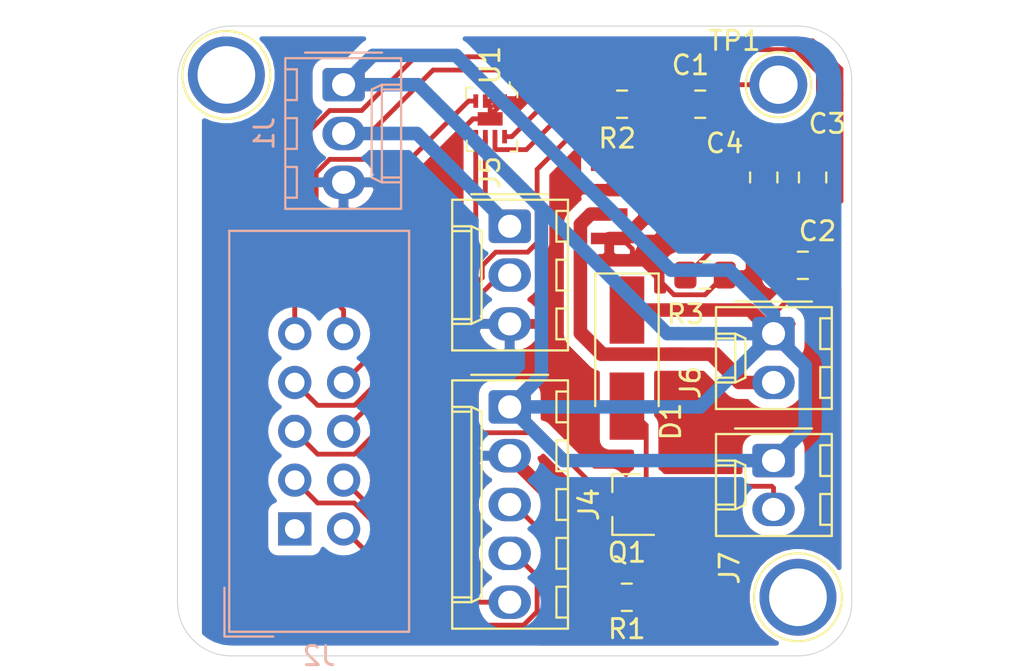
<source format=kicad_pcb>
(kicad_pcb (version 20171130) (host pcbnew "(5.1.0)-1")

  (general
    (thickness 1.6)
    (drawings 8)
    (tracks 197)
    (zones 0)
    (modules 20)
    (nets 17)
  )

  (page A4)
  (layers
    (0 F.Cu signal)
    (31 B.Cu signal)
    (32 B.Adhes user hide)
    (33 F.Adhes user hide)
    (34 B.Paste user hide)
    (35 F.Paste user hide)
    (36 B.SilkS user hide)
    (37 F.SilkS user)
    (38 B.Mask user)
    (39 F.Mask user)
    (40 Dwgs.User user)
    (41 Cmts.User user)
    (42 Eco1.User user)
    (43 Eco2.User user)
    (44 Edge.Cuts user)
    (45 Margin user)
    (46 B.CrtYd user)
    (47 F.CrtYd user)
    (48 B.Fab user)
    (49 F.Fab user)
  )

  (setup
    (last_trace_width 0.7)
    (user_trace_width 0.7)
    (trace_clearance 0.2)
    (zone_clearance 0.508)
    (zone_45_only no)
    (trace_min 0.2)
    (via_size 0.8)
    (via_drill 0.4)
    (via_min_size 0.4)
    (via_min_drill 0.3)
    (uvia_size 0.3)
    (uvia_drill 0.1)
    (uvias_allowed no)
    (uvia_min_size 0.2)
    (uvia_min_drill 0.1)
    (edge_width 0.05)
    (segment_width 0.2)
    (pcb_text_width 0.3)
    (pcb_text_size 1.5 1.5)
    (mod_edge_width 0.12)
    (mod_text_size 1 1)
    (mod_text_width 0.15)
    (pad_size 1.524 1.524)
    (pad_drill 0.762)
    (pad_to_mask_clearance 0.051)
    (solder_mask_min_width 0.25)
    (aux_axis_origin 0 0)
    (visible_elements FFFFFF7F)
    (pcbplotparams
      (layerselection 0x010fc_ffffffff)
      (usegerberextensions false)
      (usegerberattributes false)
      (usegerberadvancedattributes false)
      (creategerberjobfile false)
      (excludeedgelayer true)
      (linewidth 0.100000)
      (plotframeref false)
      (viasonmask false)
      (mode 1)
      (useauxorigin false)
      (hpglpennumber 1)
      (hpglpenspeed 20)
      (hpglpendiameter 15.000000)
      (psnegative false)
      (psa4output false)
      (plotreference true)
      (plotvalue true)
      (plotinvisibletext false)
      (padsonsilk false)
      (subtractmaskfromsilk false)
      (outputformat 1)
      (mirror false)
      (drillshape 1)
      (scaleselection 1)
      (outputdirectory ""))
  )

  (net 0 "")
  (net 1 POT_W)
  (net 2 GND)
  (net 3 +12V)
  (net 4 +5V)
  (net 5 "Net-(D1-Pad2)")
  (net 6 IC_HB_PWM1)
  (net 7 IC_HB_PWM2)
  (net 8 POT_SDA)
  (net 9 POT_SCL)
  (net 10 PH_DIODE)
  (net 11 FAN_PWM)
  (net 12 POLY_PWM)
  (net 13 POLY_READY)
  (net 14 POLY_EN)
  (net 15 "Net-(J2-Pad1)")
  (net 16 LDK)

  (net_class Default "Dit is de standaard class."
    (clearance 0.2)
    (trace_width 0.25)
    (via_dia 0.8)
    (via_drill 0.4)
    (uvia_dia 0.3)
    (uvia_drill 0.1)
    (add_net +12V)
    (add_net +5V)
    (add_net FAN_PWM)
    (add_net GND)
    (add_net IC_HB_PWM1)
    (add_net IC_HB_PWM2)
    (add_net LDK)
    (add_net "Net-(D1-Pad2)")
    (add_net "Net-(J2-Pad1)")
    (add_net PH_DIODE)
    (add_net POLY_EN)
    (add_net POLY_PWM)
    (add_net POLY_READY)
    (add_net POT_SCL)
    (add_net POT_SDA)
    (add_net POT_W)
  )

  (module TestPoint:TestPoint_Plated_Hole_D3.0mm (layer F.Cu) (tedit 5A0F774F) (tstamp 5D37B96B)
    (at 36.322 -49.276)
    (descr "Plated Hole as test Point, diameter 3.0mm")
    (tags "test point plated hole")
    (attr virtual)
    (fp_text reference REF** (at 0 -3.048) (layer Dwgs.User) hide
      (effects (font (size 1 1) (thickness 0.15)))
    )
    (fp_text value TestPoint_Plated_Hole_D3.0mm (at 0 3) (layer F.Fab)
      (effects (font (size 1 1) (thickness 0.15)))
    )
    (fp_text user %R (at 0 -3.05) (layer F.Fab)
      (effects (font (size 1 1) (thickness 0.15)))
    )
    (fp_circle (center 0 0) (end 2.5 0) (layer F.CrtYd) (width 0.05))
    (fp_circle (center 0 0) (end 0 -2.286) (layer F.SilkS) (width 0.12))
    (pad 1 thru_hole circle (at 0 0) (size 4 4) (drill 3) (layers *.Cu *.Mask))
  )

  (module TestPoint:TestPoint_Plated_Hole_D3.0mm (layer F.Cu) (tedit 5A0F774F) (tstamp 5D37B954)
    (at 66.04 -22.098)
    (descr "Plated Hole as test Point, diameter 3.0mm")
    (tags "test point plated hole")
    (attr virtual)
    (fp_text reference REF** (at 0 -3.048) (layer Dwgs.User) hide
      (effects (font (size 1 1) (thickness 0.15)))
    )
    (fp_text value TestPoint_Plated_Hole_D3.0mm (at 0 3) (layer F.Fab)
      (effects (font (size 1 1) (thickness 0.15)))
    )
    (fp_circle (center 0 0) (end 0 -2.286) (layer F.SilkS) (width 0.12))
    (fp_circle (center 0 0) (end 2.5 0) (layer F.CrtYd) (width 0.05))
    (fp_text user %R (at 0 -3.05) (layer F.Fab)
      (effects (font (size 1 1) (thickness 0.15)))
    )
    (pad 1 thru_hole circle (at 0 0) (size 4 4) (drill 3) (layers *.Cu *.Mask))
  )

  (module sockets_scanhead:ICHKB (layer F.Cu) (tedit 5CA3C5FA) (tstamp 5D3781D2)
    (at 58.928 -42.672 270)
    (path /5D35C30A)
    (attr smd)
    (fp_text reference U2 (at 0 0 270) (layer F.Fab)
      (effects (font (size 0.3 0.3) (thickness 0.075)))
    )
    (fp_text value U_IC-HKB (at -1.778 -0.254) (layer F.Fab)
      (effects (font (size 0.3 0.3) (thickness 0.075)))
    )
    (fp_line (start -2.44856 1.04902) (end -1.8796 1.61798) (layer F.Fab) (width 0.29972))
    (fp_line (start -2.44856 -1.61798) (end -2.44856 1.61798) (layer F.Fab) (width 0.29972))
    (fp_line (start 2.44856 -1.61798) (end 2.44856 1.61798) (layer F.Fab) (width 0.29972))
    (pad 8 smd rect (at -1.905 -2.7 270) (size 0.6 1.9) (layers F.Cu F.Paste F.Mask)
      (net 1 POT_W))
    (pad 7 smd rect (at -0.635 -2.7 270) (size 0.6 1.9) (layers F.Cu F.Paste F.Mask)
      (net 4 +5V))
    (pad 6 smd rect (at 0.635 -2.7 270) (size 0.6 1.9) (layers F.Cu F.Paste F.Mask)
      (net 2 GND))
    (pad 5 smd rect (at 1.905 -2.7 270) (size 0.6 1.9) (layers F.Cu F.Paste F.Mask)
      (net 6 IC_HB_PWM1))
    (pad 4 smd rect (at 1.905 2.7 90) (size 0.6 1.9) (layers F.Cu F.Paste F.Mask)
      (net 2 GND))
    (pad 3 smd rect (at 0.635 2.7 90) (size 0.6 1.9) (layers F.Cu F.Paste F.Mask)
      (net 16 LDK))
    (pad 2 smd rect (at -0.635 2.7 90) (size 0.6 1.9) (layers F.Cu F.Paste F.Mask)
      (net 2 GND))
    (pad 1 smd rect (at -1.905 2.7 90) (size 0.6 1.9) (layers F.Cu F.Paste F.Mask)
      (net 7 IC_HB_PWM2))
    (pad 9 smd rect (at 0 0 270) (size 2.4 2.4) (layers F.Cu F.Paste F.Mask)
      (net 2 GND))
    (model Housing_SO/SO-8.wrl
      (at (xyz 0 0 0))
      (scale (xyz 1 1 1))
      (rotate (xyz -90 0 0))
    )
  )

  (module sockets_scanhead:TDFN-8-1EP (layer F.Cu) (tedit 5CB63FFA) (tstamp 5D3781C2)
    (at 50.038 -46.99 270)
    (descr "file:///C:/Users/alex_wegscheid/Downloads/EST02896_MR25H256-MR25H256A_Combined%20Datasheet_Rev1.4%20020117%20(5).pdf")
    (path /5D35BCF3)
    (fp_text reference U1 (at -2.794 0 270) (layer F.SilkS)
      (effects (font (size 1 1) (thickness 0.15)))
    )
    (fp_text value DIGIPOT_50K (at 0.127 2.5014 270) (layer F.Fab)
      (effects (font (size 1 1) (thickness 0.15)))
    )
    (fp_line (start -1.4097 0.9906) (end 1.3843 0.9906) (layer F.Fab) (width 0.1))
    (fp_line (start 1.3843 0.9906) (end 1.3843 -1.1303) (layer F.Fab) (width 0.1))
    (fp_text user %R (at 0.1524 4.2799 90) (layer F.Fab)
      (effects (font (size 1 1) (thickness 0.15)))
    )
    (fp_line (start 1.3843 -1.1303) (end -1.4097 -1.1303) (layer F.Fab) (width 0.1))
    (fp_line (start -1.4097 0.9906) (end -1.4097 -1.1303) (layer F.Fab) (width 0.1))
    (fp_line (start -1.7649 -1.0181) (end -1.9149 -1.0181) (layer F.SilkS) (width 0.1))
    (fp_line (start -1.3649 -1.4181) (end -1.7649 -1.0181) (layer F.SilkS) (width 0.1))
    (fp_line (start -1.1149 -1.4181) (end -1.3649 -1.4181) (layer F.SilkS) (width 0.1))
    (fp_line (start 1.6895 -1.4054) (end 1.6895 -1.0554) (layer F.SilkS) (width 0.1))
    (fp_line (start 1.1395 -1.4054) (end 1.6895 -1.4054) (layer F.SilkS) (width 0.1))
    (fp_line (start 1.6768 1.2149) (end 1.1268 1.2149) (layer F.SilkS) (width 0.1))
    (fp_line (start 1.6768 0.8649) (end 1.6768 1.2149) (layer F.SilkS) (width 0.1))
    (fp_line (start -1.626 1.253) (end -1.026 1.253) (layer F.SilkS) (width 0.1))
    (fp_line (start -1.626 0.953) (end -1.626 1.253) (layer F.SilkS) (width 0.1))
    (pad 9 smd rect (at 0 0 270) (size 0.7 1.3) (layers F.Cu F.Paste F.Mask)
      (net 2 GND))
    (pad 8 smd rect (at 0.924998 -0.75 270) (size 0.7 0.25) (layers F.Cu F.Paste F.Mask)
      (net 4 +5V))
    (pad 7 smd rect (at 0.924998 -0.250001 270) (size 0.7 0.25) (layers F.Cu F.Paste F.Mask)
      (net 1 POT_W))
    (pad 6 smd rect (at 0.924998 0.249996 270) (size 0.7 0.25) (layers F.Cu F.Paste F.Mask)
      (net 4 +5V))
    (pad 5 smd rect (at 0.924998 0.749998 270) (size 0.7 0.25) (layers F.Cu F.Paste F.Mask)
      (net 9 POT_SCL))
    (pad 4 smd rect (at -0.924998 0.749998 270) (size 0.7 0.25) (layers F.Cu F.Paste F.Mask)
      (net 8 POT_SDA))
    (pad 3 smd rect (at -0.924998 0.249996 270) (size 0.7 0.25) (layers F.Cu F.Paste F.Mask)
      (net 2 GND))
    (pad 1 smd rect (at -0.9249 -0.75 270) (size 0.7 0.25) (layers F.Cu F.Paste F.Mask)
      (net 2 GND))
    (pad 2 smd rect (at -0.924998 -0.250001 270) (size 0.7 0.25) (layers F.Cu F.Paste F.Mask)
      (net 2 GND))
    (model ${KIPRJMOD}/Socket_BeagleBone_Black.3dshapes/MAX14544ETA+T.stp
      (at (xyz 0 0 0))
      (scale (xyz 1 1 1))
      (rotate (xyz 0 0 0))
    )
  )

  (module TestPoint:TestPoint_Plated_Hole_D2.0mm (layer F.Cu) (tedit 5A0F774F) (tstamp 5D3781A7)
    (at 65.024 -48.768)
    (descr "Plated Hole as test Point, diameter 2.0mm")
    (tags "test point plated hole")
    (path /5D3832D1)
    (attr virtual)
    (fp_text reference TP1 (at -2.286 -2.286) (layer F.SilkS)
      (effects (font (size 1 1) (thickness 0.15)))
    )
    (fp_text value TestPoint (at 0 2.45) (layer F.Fab)
      (effects (font (size 1 1) (thickness 0.15)))
    )
    (fp_circle (center 0 0) (end 0 -1.7) (layer F.SilkS) (width 0.12))
    (fp_circle (center 0 0) (end 1.8 0) (layer F.CrtYd) (width 0.05))
    (fp_text user %R (at 0 -2.5) (layer F.Fab)
      (effects (font (size 1 1) (thickness 0.15)))
    )
    (pad 1 thru_hole circle (at 0 0) (size 3 3) (drill 2) (layers *.Cu *.Mask)
      (net 1 POT_W))
  )

  (module Resistor_SMD:R_0805_2012Metric_Pad1.15x1.40mm_HandSolder (layer F.Cu) (tedit 5B36C52B) (tstamp 5D37819F)
    (at 61.214 -38.862)
    (descr "Resistor SMD 0805 (2012 Metric), square (rectangular) end terminal, IPC_7351 nominal with elongated pad for handsoldering. (Body size source: https://docs.google.com/spreadsheets/d/1BsfQQcO9C6DZCsRaXUlFlo91Tg2WpOkGARC1WS5S8t0/edit?usp=sharing), generated with kicad-footprint-generator")
    (tags "resistor handsolder")
    (path /5D37E930)
    (attr smd)
    (fp_text reference R3 (at -1.016 2.032) (layer F.SilkS)
      (effects (font (size 1 1) (thickness 0.15)))
    )
    (fp_text value 10K (at 0 1.65) (layer F.Fab)
      (effects (font (size 1 1) (thickness 0.15)))
    )
    (fp_text user %R (at 0 0) (layer F.Fab)
      (effects (font (size 0.5 0.5) (thickness 0.08)))
    )
    (fp_line (start 1.85 0.95) (end -1.85 0.95) (layer F.CrtYd) (width 0.05))
    (fp_line (start 1.85 -0.95) (end 1.85 0.95) (layer F.CrtYd) (width 0.05))
    (fp_line (start -1.85 -0.95) (end 1.85 -0.95) (layer F.CrtYd) (width 0.05))
    (fp_line (start -1.85 0.95) (end -1.85 -0.95) (layer F.CrtYd) (width 0.05))
    (fp_line (start -0.261252 0.71) (end 0.261252 0.71) (layer F.SilkS) (width 0.12))
    (fp_line (start -0.261252 -0.71) (end 0.261252 -0.71) (layer F.SilkS) (width 0.12))
    (fp_line (start 1 0.6) (end -1 0.6) (layer F.Fab) (width 0.1))
    (fp_line (start 1 -0.6) (end 1 0.6) (layer F.Fab) (width 0.1))
    (fp_line (start -1 -0.6) (end 1 -0.6) (layer F.Fab) (width 0.1))
    (fp_line (start -1 0.6) (end -1 -0.6) (layer F.Fab) (width 0.1))
    (pad 2 smd roundrect (at 1.025 0) (size 1.15 1.4) (layers F.Cu F.Paste F.Mask) (roundrect_rratio 0.217391)
      (net 2 GND))
    (pad 1 smd roundrect (at -1.025 0) (size 1.15 1.4) (layers F.Cu F.Paste F.Mask) (roundrect_rratio 0.217391)
      (net 6 IC_HB_PWM1))
    (model ${KISYS3DMOD}/Resistor_SMD.3dshapes/R_0805_2012Metric.wrl
      (at (xyz 0 0 0))
      (scale (xyz 1 1 1))
      (rotate (xyz 0 0 0))
    )
  )

  (module Resistor_SMD:R_0805_2012Metric_Pad1.15x1.40mm_HandSolder (layer F.Cu) (tedit 5B36C52B) (tstamp 5D37818E)
    (at 56.896 -47.752 180)
    (descr "Resistor SMD 0805 (2012 Metric), square (rectangular) end terminal, IPC_7351 nominal with elongated pad for handsoldering. (Body size source: https://docs.google.com/spreadsheets/d/1BsfQQcO9C6DZCsRaXUlFlo91Tg2WpOkGARC1WS5S8t0/edit?usp=sharing), generated with kicad-footprint-generator")
    (tags "resistor handsolder")
    (path /5D37E596)
    (attr smd)
    (fp_text reference R2 (at 0.254 -1.778 180) (layer F.SilkS)
      (effects (font (size 1 1) (thickness 0.15)))
    )
    (fp_text value 10K (at 0 1.65 180) (layer F.Fab)
      (effects (font (size 1 1) (thickness 0.15)))
    )
    (fp_text user %R (at 0 0 180) (layer F.Fab)
      (effects (font (size 0.5 0.5) (thickness 0.08)))
    )
    (fp_line (start 1.85 0.95) (end -1.85 0.95) (layer F.CrtYd) (width 0.05))
    (fp_line (start 1.85 -0.95) (end 1.85 0.95) (layer F.CrtYd) (width 0.05))
    (fp_line (start -1.85 -0.95) (end 1.85 -0.95) (layer F.CrtYd) (width 0.05))
    (fp_line (start -1.85 0.95) (end -1.85 -0.95) (layer F.CrtYd) (width 0.05))
    (fp_line (start -0.261252 0.71) (end 0.261252 0.71) (layer F.SilkS) (width 0.12))
    (fp_line (start -0.261252 -0.71) (end 0.261252 -0.71) (layer F.SilkS) (width 0.12))
    (fp_line (start 1 0.6) (end -1 0.6) (layer F.Fab) (width 0.1))
    (fp_line (start 1 -0.6) (end 1 0.6) (layer F.Fab) (width 0.1))
    (fp_line (start -1 -0.6) (end 1 -0.6) (layer F.Fab) (width 0.1))
    (fp_line (start -1 0.6) (end -1 -0.6) (layer F.Fab) (width 0.1))
    (pad 2 smd roundrect (at 1.025 0 180) (size 1.15 1.4) (layers F.Cu F.Paste F.Mask) (roundrect_rratio 0.217391)
      (net 7 IC_HB_PWM2))
    (pad 1 smd roundrect (at -1.025 0 180) (size 1.15 1.4) (layers F.Cu F.Paste F.Mask) (roundrect_rratio 0.217391)
      (net 2 GND))
    (model ${KISYS3DMOD}/Resistor_SMD.3dshapes/R_0805_2012Metric.wrl
      (at (xyz 0 0 0))
      (scale (xyz 1 1 1))
      (rotate (xyz 0 0 0))
    )
  )

  (module Resistor_SMD:R_0805_2012Metric_Pad1.15x1.40mm_HandSolder (layer F.Cu) (tedit 5B36C52B) (tstamp 5D37817D)
    (at 57.141 -22.098 180)
    (descr "Resistor SMD 0805 (2012 Metric), square (rectangular) end terminal, IPC_7351 nominal with elongated pad for handsoldering. (Body size source: https://docs.google.com/spreadsheets/d/1BsfQQcO9C6DZCsRaXUlFlo91Tg2WpOkGARC1WS5S8t0/edit?usp=sharing), generated with kicad-footprint-generator")
    (tags "resistor handsolder")
    (path /5D3CD6FE)
    (attr smd)
    (fp_text reference R1 (at 0 -1.65 180) (layer F.SilkS)
      (effects (font (size 1 1) (thickness 0.15)))
    )
    (fp_text value 10K (at 0 1.65 180) (layer F.Fab)
      (effects (font (size 1 1) (thickness 0.15)))
    )
    (fp_text user %R (at 0 0 180) (layer F.Fab)
      (effects (font (size 0.5 0.5) (thickness 0.08)))
    )
    (fp_line (start 1.85 0.95) (end -1.85 0.95) (layer F.CrtYd) (width 0.05))
    (fp_line (start 1.85 -0.95) (end 1.85 0.95) (layer F.CrtYd) (width 0.05))
    (fp_line (start -1.85 -0.95) (end 1.85 -0.95) (layer F.CrtYd) (width 0.05))
    (fp_line (start -1.85 0.95) (end -1.85 -0.95) (layer F.CrtYd) (width 0.05))
    (fp_line (start -0.261252 0.71) (end 0.261252 0.71) (layer F.SilkS) (width 0.12))
    (fp_line (start -0.261252 -0.71) (end 0.261252 -0.71) (layer F.SilkS) (width 0.12))
    (fp_line (start 1 0.6) (end -1 0.6) (layer F.Fab) (width 0.1))
    (fp_line (start 1 -0.6) (end 1 0.6) (layer F.Fab) (width 0.1))
    (fp_line (start -1 -0.6) (end 1 -0.6) (layer F.Fab) (width 0.1))
    (fp_line (start -1 0.6) (end -1 -0.6) (layer F.Fab) (width 0.1))
    (pad 2 smd roundrect (at 1.025 0 180) (size 1.15 1.4) (layers F.Cu F.Paste F.Mask) (roundrect_rratio 0.217391)
      (net 2 GND))
    (pad 1 smd roundrect (at -1.025 0 180) (size 1.15 1.4) (layers F.Cu F.Paste F.Mask) (roundrect_rratio 0.217391)
      (net 11 FAN_PWM))
    (model ${KISYS3DMOD}/Resistor_SMD.3dshapes/R_0805_2012Metric.wrl
      (at (xyz 0 0 0))
      (scale (xyz 1 1 1))
      (rotate (xyz 0 0 0))
    )
  )

  (module Package_TO_SOT_SMD:SOT-23 (layer F.Cu) (tedit 5A02FF57) (tstamp 5D37816C)
    (at 57.15 -26.924 180)
    (descr "SOT-23, Standard")
    (tags SOT-23)
    (path /5D3D22F2)
    (attr smd)
    (fp_text reference Q1 (at 0 -2.5 180) (layer F.SilkS)
      (effects (font (size 1 1) (thickness 0.15)))
    )
    (fp_text value IRFML8244 (at 0 2.5 180) (layer F.Fab)
      (effects (font (size 1 1) (thickness 0.15)))
    )
    (fp_line (start 0.76 1.58) (end -0.7 1.58) (layer F.SilkS) (width 0.12))
    (fp_line (start 0.76 -1.58) (end -1.4 -1.58) (layer F.SilkS) (width 0.12))
    (fp_line (start -1.7 1.75) (end -1.7 -1.75) (layer F.CrtYd) (width 0.05))
    (fp_line (start 1.7 1.75) (end -1.7 1.75) (layer F.CrtYd) (width 0.05))
    (fp_line (start 1.7 -1.75) (end 1.7 1.75) (layer F.CrtYd) (width 0.05))
    (fp_line (start -1.7 -1.75) (end 1.7 -1.75) (layer F.CrtYd) (width 0.05))
    (fp_line (start 0.76 -1.58) (end 0.76 -0.65) (layer F.SilkS) (width 0.12))
    (fp_line (start 0.76 1.58) (end 0.76 0.65) (layer F.SilkS) (width 0.12))
    (fp_line (start -0.7 1.52) (end 0.7 1.52) (layer F.Fab) (width 0.1))
    (fp_line (start 0.7 -1.52) (end 0.7 1.52) (layer F.Fab) (width 0.1))
    (fp_line (start -0.7 -0.95) (end -0.15 -1.52) (layer F.Fab) (width 0.1))
    (fp_line (start -0.15 -1.52) (end 0.7 -1.52) (layer F.Fab) (width 0.1))
    (fp_line (start -0.7 -0.95) (end -0.7 1.5) (layer F.Fab) (width 0.1))
    (fp_text user %R (at 0 0 270) (layer F.Fab)
      (effects (font (size 0.5 0.5) (thickness 0.075)))
    )
    (pad 3 smd rect (at 1 0 180) (size 0.9 0.8) (layers F.Cu F.Paste F.Mask)
      (net 2 GND))
    (pad 2 smd rect (at -1 0.95 180) (size 0.9 0.8) (layers F.Cu F.Paste F.Mask)
      (net 5 "Net-(D1-Pad2)"))
    (pad 1 smd rect (at -1 -0.95 180) (size 0.9 0.8) (layers F.Cu F.Paste F.Mask)
      (net 11 FAN_PWM))
    (model ${KISYS3DMOD}/Package_TO_SOT_SMD.3dshapes/SOT-23.wrl
      (at (xyz 0 0 0))
      (scale (xyz 1 1 1))
      (rotate (xyz 0 0 0))
    )
  )

  (module Connector_Molex:Molex_KK-254_AE-6410-02A_1x02_P2.54mm_Vertical (layer F.Cu) (tedit 5B78013E) (tstamp 5D378157)
    (at 64.77 -29.21 270)
    (descr "Molex KK-254 Interconnect System, old/engineering part number: AE-6410-02A example for new part number: 22-27-2021, 2 Pins (http://www.molex.com/pdm_docs/sd/022272021_sd.pdf), generated with kicad-footprint-generator")
    (tags "connector Molex KK-254 side entry")
    (path /5D35E669)
    (fp_text reference J7 (at 5.588 2.286 270) (layer F.SilkS)
      (effects (font (size 1 1) (thickness 0.15)))
    )
    (fp_text value MOLEX_2021 (at 1.27 4.08 270) (layer F.Fab)
      (effects (font (size 1 1) (thickness 0.15)))
    )
    (fp_text user %R (at 1.27 -2.22 270) (layer F.Fab)
      (effects (font (size 1 1) (thickness 0.15)))
    )
    (fp_line (start 4.31 -3.42) (end -1.77 -3.42) (layer F.CrtYd) (width 0.05))
    (fp_line (start 4.31 3.38) (end 4.31 -3.42) (layer F.CrtYd) (width 0.05))
    (fp_line (start -1.77 3.38) (end 4.31 3.38) (layer F.CrtYd) (width 0.05))
    (fp_line (start -1.77 -3.42) (end -1.77 3.38) (layer F.CrtYd) (width 0.05))
    (fp_line (start 3.34 -2.43) (end 3.34 -3.03) (layer F.SilkS) (width 0.12))
    (fp_line (start 1.74 -2.43) (end 3.34 -2.43) (layer F.SilkS) (width 0.12))
    (fp_line (start 1.74 -3.03) (end 1.74 -2.43) (layer F.SilkS) (width 0.12))
    (fp_line (start 0.8 -2.43) (end 0.8 -3.03) (layer F.SilkS) (width 0.12))
    (fp_line (start -0.8 -2.43) (end 0.8 -2.43) (layer F.SilkS) (width 0.12))
    (fp_line (start -0.8 -3.03) (end -0.8 -2.43) (layer F.SilkS) (width 0.12))
    (fp_line (start 2.29 2.99) (end 2.29 1.99) (layer F.SilkS) (width 0.12))
    (fp_line (start 0.25 2.99) (end 0.25 1.99) (layer F.SilkS) (width 0.12))
    (fp_line (start 2.29 1.46) (end 2.54 1.99) (layer F.SilkS) (width 0.12))
    (fp_line (start 0.25 1.46) (end 2.29 1.46) (layer F.SilkS) (width 0.12))
    (fp_line (start 0 1.99) (end 0.25 1.46) (layer F.SilkS) (width 0.12))
    (fp_line (start 2.54 1.99) (end 2.54 2.99) (layer F.SilkS) (width 0.12))
    (fp_line (start 0 1.99) (end 2.54 1.99) (layer F.SilkS) (width 0.12))
    (fp_line (start 0 2.99) (end 0 1.99) (layer F.SilkS) (width 0.12))
    (fp_line (start -0.562893 0) (end -1.27 0.5) (layer F.Fab) (width 0.1))
    (fp_line (start -1.27 -0.5) (end -0.562893 0) (layer F.Fab) (width 0.1))
    (fp_line (start -1.67 -2) (end -1.67 2) (layer F.SilkS) (width 0.12))
    (fp_line (start 3.92 -3.03) (end -1.38 -3.03) (layer F.SilkS) (width 0.12))
    (fp_line (start 3.92 2.99) (end 3.92 -3.03) (layer F.SilkS) (width 0.12))
    (fp_line (start -1.38 2.99) (end 3.92 2.99) (layer F.SilkS) (width 0.12))
    (fp_line (start -1.38 -3.03) (end -1.38 2.99) (layer F.SilkS) (width 0.12))
    (fp_line (start 3.81 -2.92) (end -1.27 -2.92) (layer F.Fab) (width 0.1))
    (fp_line (start 3.81 2.88) (end 3.81 -2.92) (layer F.Fab) (width 0.1))
    (fp_line (start -1.27 2.88) (end 3.81 2.88) (layer F.Fab) (width 0.1))
    (fp_line (start -1.27 -2.92) (end -1.27 2.88) (layer F.Fab) (width 0.1))
    (pad 2 thru_hole oval (at 2.54 0 270) (size 1.74 2.2) (drill 1.2) (layers *.Cu *.Mask)
      (net 5 "Net-(D1-Pad2)"))
    (pad 1 thru_hole roundrect (at 0 0 270) (size 1.74 2.2) (drill 1.2) (layers *.Cu *.Mask) (roundrect_rratio 0.143678)
      (net 3 +12V))
    (model ${KISYS3DMOD}/Connector_Molex.3dshapes/Molex_KK-254_AE-6410-02A_1x02_P2.54mm_Vertical.wrl
      (at (xyz 0 0 0))
      (scale (xyz 1 1 1))
      (rotate (xyz 0 0 0))
    )
  )

  (module Connector_Molex:Molex_KK-254_AE-6410-02A_1x02_P2.54mm_Vertical (layer F.Cu) (tedit 5B78013E) (tstamp 5D378133)
    (at 64.77 -35.814 270)
    (descr "Molex KK-254 Interconnect System, old/engineering part number: AE-6410-02A example for new part number: 22-27-2021, 2 Pins (http://www.molex.com/pdm_docs/sd/022272021_sd.pdf), generated with kicad-footprint-generator")
    (tags "connector Molex KK-254 side entry")
    (path /5D35C8EA)
    (fp_text reference J6 (at 2.54 4.318 270) (layer F.SilkS)
      (effects (font (size 1 1) (thickness 0.15)))
    )
    (fp_text value MOLEX_2021 (at 1.27 4.08 270) (layer F.Fab)
      (effects (font (size 1 1) (thickness 0.15)))
    )
    (fp_text user %R (at 1.27 -2.22 270) (layer F.Fab)
      (effects (font (size 1 1) (thickness 0.15)))
    )
    (fp_line (start 4.31 -3.42) (end -1.77 -3.42) (layer F.CrtYd) (width 0.05))
    (fp_line (start 4.31 3.38) (end 4.31 -3.42) (layer F.CrtYd) (width 0.05))
    (fp_line (start -1.77 3.38) (end 4.31 3.38) (layer F.CrtYd) (width 0.05))
    (fp_line (start -1.77 -3.42) (end -1.77 3.38) (layer F.CrtYd) (width 0.05))
    (fp_line (start 3.34 -2.43) (end 3.34 -3.03) (layer F.SilkS) (width 0.12))
    (fp_line (start 1.74 -2.43) (end 3.34 -2.43) (layer F.SilkS) (width 0.12))
    (fp_line (start 1.74 -3.03) (end 1.74 -2.43) (layer F.SilkS) (width 0.12))
    (fp_line (start 0.8 -2.43) (end 0.8 -3.03) (layer F.SilkS) (width 0.12))
    (fp_line (start -0.8 -2.43) (end 0.8 -2.43) (layer F.SilkS) (width 0.12))
    (fp_line (start -0.8 -3.03) (end -0.8 -2.43) (layer F.SilkS) (width 0.12))
    (fp_line (start 2.29 2.99) (end 2.29 1.99) (layer F.SilkS) (width 0.12))
    (fp_line (start 0.25 2.99) (end 0.25 1.99) (layer F.SilkS) (width 0.12))
    (fp_line (start 2.29 1.46) (end 2.54 1.99) (layer F.SilkS) (width 0.12))
    (fp_line (start 0.25 1.46) (end 2.29 1.46) (layer F.SilkS) (width 0.12))
    (fp_line (start 0 1.99) (end 0.25 1.46) (layer F.SilkS) (width 0.12))
    (fp_line (start 2.54 1.99) (end 2.54 2.99) (layer F.SilkS) (width 0.12))
    (fp_line (start 0 1.99) (end 2.54 1.99) (layer F.SilkS) (width 0.12))
    (fp_line (start 0 2.99) (end 0 1.99) (layer F.SilkS) (width 0.12))
    (fp_line (start -0.562893 0) (end -1.27 0.5) (layer F.Fab) (width 0.1))
    (fp_line (start -1.27 -0.5) (end -0.562893 0) (layer F.Fab) (width 0.1))
    (fp_line (start -1.67 -2) (end -1.67 2) (layer F.SilkS) (width 0.12))
    (fp_line (start 3.92 -3.03) (end -1.38 -3.03) (layer F.SilkS) (width 0.12))
    (fp_line (start 3.92 2.99) (end 3.92 -3.03) (layer F.SilkS) (width 0.12))
    (fp_line (start -1.38 2.99) (end 3.92 2.99) (layer F.SilkS) (width 0.12))
    (fp_line (start -1.38 -3.03) (end -1.38 2.99) (layer F.SilkS) (width 0.12))
    (fp_line (start 3.81 -2.92) (end -1.27 -2.92) (layer F.Fab) (width 0.1))
    (fp_line (start 3.81 2.88) (end 3.81 -2.92) (layer F.Fab) (width 0.1))
    (fp_line (start -1.27 2.88) (end 3.81 2.88) (layer F.Fab) (width 0.1))
    (fp_line (start -1.27 -2.92) (end -1.27 2.88) (layer F.Fab) (width 0.1))
    (pad 2 thru_hole oval (at 2.54 0 270) (size 1.74 2.2) (drill 1.2) (layers *.Cu *.Mask)
      (net 16 LDK))
    (pad 1 thru_hole roundrect (at 0 0 270) (size 1.74 2.2) (drill 1.2) (layers *.Cu *.Mask) (roundrect_rratio 0.143678)
      (net 3 +12V))
    (model ${KISYS3DMOD}/Connector_Molex.3dshapes/Molex_KK-254_AE-6410-02A_1x02_P2.54mm_Vertical.wrl
      (at (xyz 0 0 0))
      (scale (xyz 1 1 1))
      (rotate (xyz 0 0 0))
    )
  )

  (module Connector_Molex:Molex_KK-254_AE-6410-03A_1x03_P2.54mm_Vertical (layer F.Cu) (tedit 5B78013E) (tstamp 5D37810F)
    (at 51.054 -41.402 270)
    (descr "Molex KK-254 Interconnect System, old/engineering part number: AE-6410-03A example for new part number: 22-27-2031, 3 Pins (http://www.molex.com/pdm_docs/sd/022272021_sd.pdf), generated with kicad-footprint-generator")
    (tags "connector Molex KK-254 side entry")
    (path /5D35DD09)
    (fp_text reference J5 (at -2.794 1.016 270) (layer F.SilkS)
      (effects (font (size 1 1) (thickness 0.15)))
    )
    (fp_text value MOLEX_2031 (at 2.54 4.08 270) (layer F.Fab)
      (effects (font (size 1 1) (thickness 0.15)))
    )
    (fp_text user %R (at 2.032 -2.54 270) (layer F.Fab)
      (effects (font (size 1 1) (thickness 0.15)))
    )
    (fp_line (start 6.85 -3.42) (end -1.77 -3.42) (layer F.CrtYd) (width 0.05))
    (fp_line (start 6.85 3.38) (end 6.85 -3.42) (layer F.CrtYd) (width 0.05))
    (fp_line (start -1.77 3.38) (end 6.85 3.38) (layer F.CrtYd) (width 0.05))
    (fp_line (start -1.77 -3.42) (end -1.77 3.38) (layer F.CrtYd) (width 0.05))
    (fp_line (start 5.88 -2.43) (end 5.88 -3.03) (layer F.SilkS) (width 0.12))
    (fp_line (start 4.28 -2.43) (end 5.88 -2.43) (layer F.SilkS) (width 0.12))
    (fp_line (start 4.28 -3.03) (end 4.28 -2.43) (layer F.SilkS) (width 0.12))
    (fp_line (start 3.34 -2.43) (end 3.34 -3.03) (layer F.SilkS) (width 0.12))
    (fp_line (start 1.74 -2.43) (end 3.34 -2.43) (layer F.SilkS) (width 0.12))
    (fp_line (start 1.74 -3.03) (end 1.74 -2.43) (layer F.SilkS) (width 0.12))
    (fp_line (start 0.8 -2.43) (end 0.8 -3.03) (layer F.SilkS) (width 0.12))
    (fp_line (start -0.8 -2.43) (end 0.8 -2.43) (layer F.SilkS) (width 0.12))
    (fp_line (start -0.8 -3.03) (end -0.8 -2.43) (layer F.SilkS) (width 0.12))
    (fp_line (start 4.83 2.99) (end 4.83 1.99) (layer F.SilkS) (width 0.12))
    (fp_line (start 0.25 2.99) (end 0.25 1.99) (layer F.SilkS) (width 0.12))
    (fp_line (start 4.83 1.46) (end 5.08 1.99) (layer F.SilkS) (width 0.12))
    (fp_line (start 0.25 1.46) (end 4.83 1.46) (layer F.SilkS) (width 0.12))
    (fp_line (start 0 1.99) (end 0.25 1.46) (layer F.SilkS) (width 0.12))
    (fp_line (start 5.08 1.99) (end 5.08 2.99) (layer F.SilkS) (width 0.12))
    (fp_line (start 0 1.99) (end 5.08 1.99) (layer F.SilkS) (width 0.12))
    (fp_line (start 0 2.99) (end 0 1.99) (layer F.SilkS) (width 0.12))
    (fp_line (start -0.562893 0) (end -1.27 0.5) (layer F.Fab) (width 0.1))
    (fp_line (start -1.27 -0.5) (end -0.562893 0) (layer F.Fab) (width 0.1))
    (fp_line (start -1.67 -2) (end -1.67 2) (layer F.SilkS) (width 0.12))
    (fp_line (start 6.46 -3.03) (end -1.38 -3.03) (layer F.SilkS) (width 0.12))
    (fp_line (start 6.46 2.99) (end 6.46 -3.03) (layer F.SilkS) (width 0.12))
    (fp_line (start -1.38 2.99) (end 6.46 2.99) (layer F.SilkS) (width 0.12))
    (fp_line (start -1.38 -3.03) (end -1.38 2.99) (layer F.SilkS) (width 0.12))
    (fp_line (start 6.35 -2.92) (end -1.27 -2.92) (layer F.Fab) (width 0.1))
    (fp_line (start 6.35 2.88) (end 6.35 -2.92) (layer F.Fab) (width 0.1))
    (fp_line (start -1.27 2.88) (end 6.35 2.88) (layer F.Fab) (width 0.1))
    (fp_line (start -1.27 -2.92) (end -1.27 2.88) (layer F.Fab) (width 0.1))
    (pad 3 thru_hole oval (at 5.08 0 270) (size 1.74 2.2) (drill 1.2) (layers *.Cu *.Mask)
      (net 2 GND))
    (pad 2 thru_hole oval (at 2.54 0 270) (size 1.74 2.2) (drill 1.2) (layers *.Cu *.Mask)
      (net 10 PH_DIODE))
    (pad 1 thru_hole roundrect (at 0 0 270) (size 1.74 2.2) (drill 1.2) (layers *.Cu *.Mask) (roundrect_rratio 0.143678)
      (net 4 +5V))
    (model ${KISYS3DMOD}/Connector_Molex.3dshapes/Molex_KK-254_AE-6410-03A_1x03_P2.54mm_Vertical.wrl
      (at (xyz 0 0 0))
      (scale (xyz 1 1 1))
      (rotate (xyz 0 0 0))
    )
  )

  (module Connector_Molex:Molex_KK-254_AE-6410-05A_1x05_P2.54mm_Vertical (layer F.Cu) (tedit 5B78013E) (tstamp 5D3780E7)
    (at 51.054 -32.004 270)
    (descr "Molex KK-254 Interconnect System, old/engineering part number: AE-6410-05A example for new part number: 22-27-2051, 5 Pins (http://www.molex.com/pdm_docs/sd/022272021_sd.pdf), generated with kicad-footprint-generator")
    (tags "connector Molex KK-254 side entry")
    (path /5D421E1A)
    (fp_text reference J4 (at 5.08 -4.12 270) (layer F.SilkS)
      (effects (font (size 1 1) (thickness 0.15)))
    )
    (fp_text value MOLEX_2051 (at 5.08 4.08 270) (layer F.Fab)
      (effects (font (size 1 1) (thickness 0.15)))
    )
    (fp_text user %R (at 5.08 -2.22 270) (layer F.Fab)
      (effects (font (size 1 1) (thickness 0.15)))
    )
    (fp_line (start 11.93 -3.42) (end -1.77 -3.42) (layer F.CrtYd) (width 0.05))
    (fp_line (start 11.93 3.38) (end 11.93 -3.42) (layer F.CrtYd) (width 0.05))
    (fp_line (start -1.77 3.38) (end 11.93 3.38) (layer F.CrtYd) (width 0.05))
    (fp_line (start -1.77 -3.42) (end -1.77 3.38) (layer F.CrtYd) (width 0.05))
    (fp_line (start 10.96 -2.43) (end 10.96 -3.03) (layer F.SilkS) (width 0.12))
    (fp_line (start 9.36 -2.43) (end 10.96 -2.43) (layer F.SilkS) (width 0.12))
    (fp_line (start 9.36 -3.03) (end 9.36 -2.43) (layer F.SilkS) (width 0.12))
    (fp_line (start 8.42 -2.43) (end 8.42 -3.03) (layer F.SilkS) (width 0.12))
    (fp_line (start 6.82 -2.43) (end 8.42 -2.43) (layer F.SilkS) (width 0.12))
    (fp_line (start 6.82 -3.03) (end 6.82 -2.43) (layer F.SilkS) (width 0.12))
    (fp_line (start 5.88 -2.43) (end 5.88 -3.03) (layer F.SilkS) (width 0.12))
    (fp_line (start 4.28 -2.43) (end 5.88 -2.43) (layer F.SilkS) (width 0.12))
    (fp_line (start 4.28 -3.03) (end 4.28 -2.43) (layer F.SilkS) (width 0.12))
    (fp_line (start 3.34 -2.43) (end 3.34 -3.03) (layer F.SilkS) (width 0.12))
    (fp_line (start 1.74 -2.43) (end 3.34 -2.43) (layer F.SilkS) (width 0.12))
    (fp_line (start 1.74 -3.03) (end 1.74 -2.43) (layer F.SilkS) (width 0.12))
    (fp_line (start 0.8 -2.43) (end 0.8 -3.03) (layer F.SilkS) (width 0.12))
    (fp_line (start -0.8 -2.43) (end 0.8 -2.43) (layer F.SilkS) (width 0.12))
    (fp_line (start -0.8 -3.03) (end -0.8 -2.43) (layer F.SilkS) (width 0.12))
    (fp_line (start 9.91 2.99) (end 9.91 1.99) (layer F.SilkS) (width 0.12))
    (fp_line (start 0.25 2.99) (end 0.25 1.99) (layer F.SilkS) (width 0.12))
    (fp_line (start 9.91 1.46) (end 10.16 1.99) (layer F.SilkS) (width 0.12))
    (fp_line (start 0.25 1.46) (end 9.91 1.46) (layer F.SilkS) (width 0.12))
    (fp_line (start 0 1.99) (end 0.25 1.46) (layer F.SilkS) (width 0.12))
    (fp_line (start 10.16 1.99) (end 10.16 2.99) (layer F.SilkS) (width 0.12))
    (fp_line (start 0 1.99) (end 10.16 1.99) (layer F.SilkS) (width 0.12))
    (fp_line (start 0 2.99) (end 0 1.99) (layer F.SilkS) (width 0.12))
    (fp_line (start -0.562893 0) (end -1.27 0.5) (layer F.Fab) (width 0.1))
    (fp_line (start -1.27 -0.5) (end -0.562893 0) (layer F.Fab) (width 0.1))
    (fp_line (start -1.67 -2) (end -1.67 2) (layer F.SilkS) (width 0.12))
    (fp_line (start 11.54 -3.03) (end -1.38 -3.03) (layer F.SilkS) (width 0.12))
    (fp_line (start 11.54 2.99) (end 11.54 -3.03) (layer F.SilkS) (width 0.12))
    (fp_line (start -1.38 2.99) (end 11.54 2.99) (layer F.SilkS) (width 0.12))
    (fp_line (start -1.38 -3.03) (end -1.38 2.99) (layer F.SilkS) (width 0.12))
    (fp_line (start 11.43 -2.92) (end -1.27 -2.92) (layer F.Fab) (width 0.1))
    (fp_line (start 11.43 2.88) (end 11.43 -2.92) (layer F.Fab) (width 0.1))
    (fp_line (start -1.27 2.88) (end 11.43 2.88) (layer F.Fab) (width 0.1))
    (fp_line (start -1.27 -2.92) (end -1.27 2.88) (layer F.Fab) (width 0.1))
    (pad 5 thru_hole oval (at 10.16 0 270) (size 1.74 2.2) (drill 1.2) (layers *.Cu *.Mask)
      (net 12 POLY_PWM))
    (pad 4 thru_hole oval (at 7.62 0 270) (size 1.74 2.2) (drill 1.2) (layers *.Cu *.Mask)
      (net 13 POLY_READY))
    (pad 3 thru_hole oval (at 5.08 0 270) (size 1.74 2.2) (drill 1.2) (layers *.Cu *.Mask)
      (net 14 POLY_EN))
    (pad 2 thru_hole oval (at 2.54 0 270) (size 1.74 2.2) (drill 1.2) (layers *.Cu *.Mask)
      (net 2 GND))
    (pad 1 thru_hole roundrect (at 0 0 270) (size 1.74 2.2) (drill 1.2) (layers *.Cu *.Mask) (roundrect_rratio 0.143678)
      (net 3 +12V))
    (model ${KISYS3DMOD}/Connector_Molex.3dshapes/Molex_KK-254_AE-6410-05A_1x05_P2.54mm_Vertical.wrl
      (at (xyz 0 0 0))
      (scale (xyz 1 1 1))
      (rotate (xyz 0 0 0))
    )
  )

  (module Connector_IDC:IDC-Header_2x05_P2.54mm_Vertical (layer B.Cu) (tedit 59DE0611) (tstamp 5D3780B7)
    (at 39.878 -25.654)
    (descr "Through hole straight IDC box header, 2x05, 2.54mm pitch, double rows")
    (tags "Through hole IDC box header THT 2x05 2.54mm double row")
    (path /5D369D6C)
    (fp_text reference J2 (at 1.27 6.604) (layer B.SilkS)
      (effects (font (size 1 1) (thickness 0.15)) (justify mirror))
    )
    (fp_text value 10pinIDC (at 1.27 -16.764) (layer B.Fab)
      (effects (font (size 1 1) (thickness 0.15)) (justify mirror))
    )
    (fp_line (start -3.655 5.6) (end -1.115 5.6) (layer B.SilkS) (width 0.12))
    (fp_line (start -3.655 5.6) (end -3.655 3.06) (layer B.SilkS) (width 0.12))
    (fp_line (start -3.405 5.35) (end 5.945 5.35) (layer B.SilkS) (width 0.12))
    (fp_line (start -3.405 -15.51) (end -3.405 5.35) (layer B.SilkS) (width 0.12))
    (fp_line (start 5.945 -15.51) (end -3.405 -15.51) (layer B.SilkS) (width 0.12))
    (fp_line (start 5.945 5.35) (end 5.945 -15.51) (layer B.SilkS) (width 0.12))
    (fp_line (start -3.41 5.35) (end 5.95 5.35) (layer B.CrtYd) (width 0.05))
    (fp_line (start -3.41 -15.51) (end -3.41 5.35) (layer B.CrtYd) (width 0.05))
    (fp_line (start 5.95 -15.51) (end -3.41 -15.51) (layer B.CrtYd) (width 0.05))
    (fp_line (start 5.95 5.35) (end 5.95 -15.51) (layer B.CrtYd) (width 0.05))
    (fp_line (start -3.155 -15.26) (end -2.605 -14.7) (layer B.Fab) (width 0.1))
    (fp_line (start -3.155 5.1) (end -2.605 4.56) (layer B.Fab) (width 0.1))
    (fp_line (start 5.695 -15.26) (end 5.145 -14.7) (layer B.Fab) (width 0.1))
    (fp_line (start 5.695 5.1) (end 5.145 4.56) (layer B.Fab) (width 0.1))
    (fp_line (start 5.145 -14.7) (end -2.605 -14.7) (layer B.Fab) (width 0.1))
    (fp_line (start 5.695 -15.26) (end -3.155 -15.26) (layer B.Fab) (width 0.1))
    (fp_line (start 5.145 4.56) (end -2.605 4.56) (layer B.Fab) (width 0.1))
    (fp_line (start 5.695 5.1) (end -3.155 5.1) (layer B.Fab) (width 0.1))
    (fp_line (start -2.605 -7.33) (end -3.155 -7.33) (layer B.Fab) (width 0.1))
    (fp_line (start -2.605 -2.83) (end -3.155 -2.83) (layer B.Fab) (width 0.1))
    (fp_line (start -2.605 -7.33) (end -2.605 -14.7) (layer B.Fab) (width 0.1))
    (fp_line (start -2.605 4.56) (end -2.605 -2.83) (layer B.Fab) (width 0.1))
    (fp_line (start -3.155 5.1) (end -3.155 -15.26) (layer B.Fab) (width 0.1))
    (fp_line (start 5.145 4.56) (end 5.145 -14.7) (layer B.Fab) (width 0.1))
    (fp_line (start 5.695 5.1) (end 5.695 -15.26) (layer B.Fab) (width 0.1))
    (fp_text user %R (at 1.27 -5.08) (layer B.Fab)
      (effects (font (size 1 1) (thickness 0.15)) (justify mirror))
    )
    (pad 10 thru_hole oval (at 2.54 -10.16) (size 1.7272 1.7272) (drill 1.016) (layers *.Cu *.Mask)
      (net 8 POT_SDA))
    (pad 9 thru_hole oval (at 0 -10.16) (size 1.7272 1.7272) (drill 1.016) (layers *.Cu *.Mask)
      (net 6 IC_HB_PWM1))
    (pad 8 thru_hole oval (at 2.54 -7.62) (size 1.7272 1.7272) (drill 1.016) (layers *.Cu *.Mask)
      (net 9 POT_SCL))
    (pad 7 thru_hole oval (at 0 -7.62) (size 1.7272 1.7272) (drill 1.016) (layers *.Cu *.Mask)
      (net 7 IC_HB_PWM2))
    (pad 6 thru_hole oval (at 2.54 -5.08) (size 1.7272 1.7272) (drill 1.016) (layers *.Cu *.Mask)
      (net 10 PH_DIODE))
    (pad 5 thru_hole oval (at 0 -5.08) (size 1.7272 1.7272) (drill 1.016) (layers *.Cu *.Mask)
      (net 11 FAN_PWM))
    (pad 4 thru_hole oval (at 2.54 -2.54) (size 1.7272 1.7272) (drill 1.016) (layers *.Cu *.Mask)
      (net 12 POLY_PWM))
    (pad 3 thru_hole oval (at 0 -2.54) (size 1.7272 1.7272) (drill 1.016) (layers *.Cu *.Mask)
      (net 13 POLY_READY))
    (pad 2 thru_hole oval (at 2.54 0) (size 1.7272 1.7272) (drill 1.016) (layers *.Cu *.Mask)
      (net 14 POLY_EN))
    (pad 1 thru_hole rect (at 0 0) (size 1.7272 1.7272) (drill 1.016) (layers *.Cu *.Mask)
      (net 15 "Net-(J2-Pad1)"))
    (model ${KISYS3DMOD}/Connector_IDC.3dshapes/IDC-Header_2x05_P2.54mm_Vertical.wrl
      (at (xyz 0 0 0))
      (scale (xyz 1 1 1))
      (rotate (xyz 0 0 0))
    )
  )

  (module Connector_Molex:Molex_KK-254_AE-6410-03A_1x03_P2.54mm_Vertical (layer B.Cu) (tedit 5B78013E) (tstamp 5D37808F)
    (at 42.418 -48.768 270)
    (descr "Molex KK-254 Interconnect System, old/engineering part number: AE-6410-03A example for new part number: 22-27-2031, 3 Pins (http://www.molex.com/pdm_docs/sd/022272021_sd.pdf), generated with kicad-footprint-generator")
    (tags "connector Molex KK-254 side entry")
    (path /5D449692)
    (fp_text reference J1 (at 2.54 4.12 270) (layer B.SilkS)
      (effects (font (size 1 1) (thickness 0.15)) (justify mirror))
    )
    (fp_text value MOLEX_2031 (at 2.54 -4.08 270) (layer B.Fab)
      (effects (font (size 1 1) (thickness 0.15)) (justify mirror))
    )
    (fp_text user %R (at 2.54 2.22 270) (layer B.Fab)
      (effects (font (size 1 1) (thickness 0.15)) (justify mirror))
    )
    (fp_line (start 6.85 3.42) (end -1.77 3.42) (layer B.CrtYd) (width 0.05))
    (fp_line (start 6.85 -3.38) (end 6.85 3.42) (layer B.CrtYd) (width 0.05))
    (fp_line (start -1.77 -3.38) (end 6.85 -3.38) (layer B.CrtYd) (width 0.05))
    (fp_line (start -1.77 3.42) (end -1.77 -3.38) (layer B.CrtYd) (width 0.05))
    (fp_line (start 5.88 2.43) (end 5.88 3.03) (layer B.SilkS) (width 0.12))
    (fp_line (start 4.28 2.43) (end 5.88 2.43) (layer B.SilkS) (width 0.12))
    (fp_line (start 4.28 3.03) (end 4.28 2.43) (layer B.SilkS) (width 0.12))
    (fp_line (start 3.34 2.43) (end 3.34 3.03) (layer B.SilkS) (width 0.12))
    (fp_line (start 1.74 2.43) (end 3.34 2.43) (layer B.SilkS) (width 0.12))
    (fp_line (start 1.74 3.03) (end 1.74 2.43) (layer B.SilkS) (width 0.12))
    (fp_line (start 0.8 2.43) (end 0.8 3.03) (layer B.SilkS) (width 0.12))
    (fp_line (start -0.8 2.43) (end 0.8 2.43) (layer B.SilkS) (width 0.12))
    (fp_line (start -0.8 3.03) (end -0.8 2.43) (layer B.SilkS) (width 0.12))
    (fp_line (start 4.83 -2.99) (end 4.83 -1.99) (layer B.SilkS) (width 0.12))
    (fp_line (start 0.25 -2.99) (end 0.25 -1.99) (layer B.SilkS) (width 0.12))
    (fp_line (start 4.83 -1.46) (end 5.08 -1.99) (layer B.SilkS) (width 0.12))
    (fp_line (start 0.25 -1.46) (end 4.83 -1.46) (layer B.SilkS) (width 0.12))
    (fp_line (start 0 -1.99) (end 0.25 -1.46) (layer B.SilkS) (width 0.12))
    (fp_line (start 5.08 -1.99) (end 5.08 -2.99) (layer B.SilkS) (width 0.12))
    (fp_line (start 0 -1.99) (end 5.08 -1.99) (layer B.SilkS) (width 0.12))
    (fp_line (start 0 -2.99) (end 0 -1.99) (layer B.SilkS) (width 0.12))
    (fp_line (start -0.562893 0) (end -1.27 -0.5) (layer B.Fab) (width 0.1))
    (fp_line (start -1.27 0.5) (end -0.562893 0) (layer B.Fab) (width 0.1))
    (fp_line (start -1.67 2) (end -1.67 -2) (layer B.SilkS) (width 0.12))
    (fp_line (start 6.46 3.03) (end -1.38 3.03) (layer B.SilkS) (width 0.12))
    (fp_line (start 6.46 -2.99) (end 6.46 3.03) (layer B.SilkS) (width 0.12))
    (fp_line (start -1.38 -2.99) (end 6.46 -2.99) (layer B.SilkS) (width 0.12))
    (fp_line (start -1.38 3.03) (end -1.38 -2.99) (layer B.SilkS) (width 0.12))
    (fp_line (start 6.35 2.92) (end -1.27 2.92) (layer B.Fab) (width 0.1))
    (fp_line (start 6.35 -2.88) (end 6.35 2.92) (layer B.Fab) (width 0.1))
    (fp_line (start -1.27 -2.88) (end 6.35 -2.88) (layer B.Fab) (width 0.1))
    (fp_line (start -1.27 2.92) (end -1.27 -2.88) (layer B.Fab) (width 0.1))
    (pad 3 thru_hole oval (at 5.08 0 270) (size 1.74 2.2) (drill 1.2) (layers *.Cu *.Mask)
      (net 2 GND))
    (pad 2 thru_hole oval (at 2.54 0 270) (size 1.74 2.2) (drill 1.2) (layers *.Cu *.Mask)
      (net 4 +5V))
    (pad 1 thru_hole roundrect (at 0 0 270) (size 1.74 2.2) (drill 1.2) (layers *.Cu *.Mask) (roundrect_rratio 0.143678)
      (net 3 +12V))
    (model ${KISYS3DMOD}/Connector_Molex.3dshapes/Molex_KK-254_AE-6410-03A_1x03_P2.54mm_Vertical.wrl
      (at (xyz 0 0 0))
      (scale (xyz 1 1 1))
      (rotate (xyz 0 0 0))
    )
  )

  (module Diode_SMD:D_SMA_Handsoldering (layer F.Cu) (tedit 58643398) (tstamp 5D378067)
    (at 57.15 -34.544 270)
    (descr "Diode SMA (DO-214AC) Handsoldering")
    (tags "Diode SMA (DO-214AC) Handsoldering")
    (path /5D3DC507)
    (attr smd)
    (fp_text reference D1 (at 3.302 -2.286 270) (layer F.SilkS)
      (effects (font (size 1 1) (thickness 0.15)))
    )
    (fp_text value 50V_1A (at 0 2.6 270) (layer F.Fab)
      (effects (font (size 1 1) (thickness 0.15)))
    )
    (fp_line (start -4.4 -1.65) (end 2.5 -1.65) (layer F.SilkS) (width 0.12))
    (fp_line (start -4.4 1.65) (end 2.5 1.65) (layer F.SilkS) (width 0.12))
    (fp_line (start -0.64944 0.00102) (end 0.50118 -0.79908) (layer F.Fab) (width 0.1))
    (fp_line (start -0.64944 0.00102) (end 0.50118 0.75032) (layer F.Fab) (width 0.1))
    (fp_line (start 0.50118 0.75032) (end 0.50118 -0.79908) (layer F.Fab) (width 0.1))
    (fp_line (start -0.64944 -0.79908) (end -0.64944 0.80112) (layer F.Fab) (width 0.1))
    (fp_line (start 0.50118 0.00102) (end 1.4994 0.00102) (layer F.Fab) (width 0.1))
    (fp_line (start -0.64944 0.00102) (end -1.55114 0.00102) (layer F.Fab) (width 0.1))
    (fp_line (start -4.5 1.75) (end -4.5 -1.75) (layer F.CrtYd) (width 0.05))
    (fp_line (start 4.5 1.75) (end -4.5 1.75) (layer F.CrtYd) (width 0.05))
    (fp_line (start 4.5 -1.75) (end 4.5 1.75) (layer F.CrtYd) (width 0.05))
    (fp_line (start -4.5 -1.75) (end 4.5 -1.75) (layer F.CrtYd) (width 0.05))
    (fp_line (start 2.3 -1.5) (end -2.3 -1.5) (layer F.Fab) (width 0.1))
    (fp_line (start 2.3 -1.5) (end 2.3 1.5) (layer F.Fab) (width 0.1))
    (fp_line (start -2.3 1.5) (end -2.3 -1.5) (layer F.Fab) (width 0.1))
    (fp_line (start 2.3 1.5) (end -2.3 1.5) (layer F.Fab) (width 0.1))
    (fp_line (start -4.4 -1.65) (end -4.4 1.65) (layer F.SilkS) (width 0.12))
    (fp_text user %R (at 0 -2.5 270) (layer F.Fab)
      (effects (font (size 1 1) (thickness 0.15)))
    )
    (pad 2 smd rect (at 2.5 0 270) (size 3.5 1.8) (layers F.Cu F.Paste F.Mask)
      (net 5 "Net-(D1-Pad2)"))
    (pad 1 smd rect (at -2.5 0 270) (size 3.5 1.8) (layers F.Cu F.Paste F.Mask)
      (net 3 +12V))
    (model ${KISYS3DMOD}/Diode_SMD.3dshapes/D_SMA.wrl
      (at (xyz 0 0 0))
      (scale (xyz 1 1 1))
      (rotate (xyz 0 0 0))
    )
  )

  (module Capacitor_SMD:C_0805_2012Metric_Pad1.15x1.40mm_HandSolder (layer F.Cu) (tedit 5B36C52B) (tstamp 5D37804F)
    (at 64.262 -43.942 90)
    (descr "Capacitor SMD 0805 (2012 Metric), square (rectangular) end terminal, IPC_7351 nominal with elongated pad for handsoldering. (Body size source: https://docs.google.com/spreadsheets/d/1BsfQQcO9C6DZCsRaXUlFlo91Tg2WpOkGARC1WS5S8t0/edit?usp=sharing), generated with kicad-footprint-generator")
    (tags "capacitor handsolder")
    (path /5D37D7AC)
    (attr smd)
    (fp_text reference C4 (at 1.778 -2.032 180) (layer F.SilkS)
      (effects (font (size 1 1) (thickness 0.15)))
    )
    (fp_text value 0.1uF (at 0 1.65 90) (layer F.Fab)
      (effects (font (size 1 1) (thickness 0.15)))
    )
    (fp_text user %R (at 0 0 90) (layer F.Fab)
      (effects (font (size 0.5 0.5) (thickness 0.08)))
    )
    (fp_line (start 1.85 0.95) (end -1.85 0.95) (layer F.CrtYd) (width 0.05))
    (fp_line (start 1.85 -0.95) (end 1.85 0.95) (layer F.CrtYd) (width 0.05))
    (fp_line (start -1.85 -0.95) (end 1.85 -0.95) (layer F.CrtYd) (width 0.05))
    (fp_line (start -1.85 0.95) (end -1.85 -0.95) (layer F.CrtYd) (width 0.05))
    (fp_line (start -0.261252 0.71) (end 0.261252 0.71) (layer F.SilkS) (width 0.12))
    (fp_line (start -0.261252 -0.71) (end 0.261252 -0.71) (layer F.SilkS) (width 0.12))
    (fp_line (start 1 0.6) (end -1 0.6) (layer F.Fab) (width 0.1))
    (fp_line (start 1 -0.6) (end 1 0.6) (layer F.Fab) (width 0.1))
    (fp_line (start -1 -0.6) (end 1 -0.6) (layer F.Fab) (width 0.1))
    (fp_line (start -1 0.6) (end -1 -0.6) (layer F.Fab) (width 0.1))
    (pad 2 smd roundrect (at 1.025 0 90) (size 1.15 1.4) (layers F.Cu F.Paste F.Mask) (roundrect_rratio 0.217391)
      (net 4 +5V))
    (pad 1 smd roundrect (at -1.025 0 90) (size 1.15 1.4) (layers F.Cu F.Paste F.Mask) (roundrect_rratio 0.217391)
      (net 2 GND))
    (model ${KISYS3DMOD}/Capacitor_SMD.3dshapes/C_0805_2012Metric.wrl
      (at (xyz 0 0 0))
      (scale (xyz 1 1 1))
      (rotate (xyz 0 0 0))
    )
  )

  (module Capacitor_SMD:C_0805_2012Metric_Pad1.15x1.40mm_HandSolder (layer F.Cu) (tedit 5B36C52B) (tstamp 5D37803E)
    (at 66.802 -43.942 270)
    (descr "Capacitor SMD 0805 (2012 Metric), square (rectangular) end terminal, IPC_7351 nominal with elongated pad for handsoldering. (Body size source: https://docs.google.com/spreadsheets/d/1BsfQQcO9C6DZCsRaXUlFlo91Tg2WpOkGARC1WS5S8t0/edit?usp=sharing), generated with kicad-footprint-generator")
    (tags "capacitor handsolder")
    (path /5D37D2B7)
    (attr smd)
    (fp_text reference C3 (at -2.794 -0.762) (layer F.SilkS)
      (effects (font (size 1 1) (thickness 0.15)))
    )
    (fp_text value 1uF (at 0.254 1.524 270) (layer F.Fab)
      (effects (font (size 1 1) (thickness 0.15)))
    )
    (fp_text user %R (at 0 0 270) (layer F.Fab)
      (effects (font (size 0.5 0.5) (thickness 0.08)))
    )
    (fp_line (start 1.85 0.95) (end -1.85 0.95) (layer F.CrtYd) (width 0.05))
    (fp_line (start 1.85 -0.95) (end 1.85 0.95) (layer F.CrtYd) (width 0.05))
    (fp_line (start -1.85 -0.95) (end 1.85 -0.95) (layer F.CrtYd) (width 0.05))
    (fp_line (start -1.85 0.95) (end -1.85 -0.95) (layer F.CrtYd) (width 0.05))
    (fp_line (start -0.261252 0.71) (end 0.261252 0.71) (layer F.SilkS) (width 0.12))
    (fp_line (start -0.261252 -0.71) (end 0.261252 -0.71) (layer F.SilkS) (width 0.12))
    (fp_line (start 1 0.6) (end -1 0.6) (layer F.Fab) (width 0.1))
    (fp_line (start 1 -0.6) (end 1 0.6) (layer F.Fab) (width 0.1))
    (fp_line (start -1 -0.6) (end 1 -0.6) (layer F.Fab) (width 0.1))
    (fp_line (start -1 0.6) (end -1 -0.6) (layer F.Fab) (width 0.1))
    (pad 2 smd roundrect (at 1.025 0 270) (size 1.15 1.4) (layers F.Cu F.Paste F.Mask) (roundrect_rratio 0.217391)
      (net 4 +5V))
    (pad 1 smd roundrect (at -1.025 0 270) (size 1.15 1.4) (layers F.Cu F.Paste F.Mask) (roundrect_rratio 0.217391)
      (net 2 GND))
    (model ${KISYS3DMOD}/Capacitor_SMD.3dshapes/C_0805_2012Metric.wrl
      (at (xyz 0 0 0))
      (scale (xyz 1 1 1))
      (rotate (xyz 0 0 0))
    )
  )

  (module Capacitor_SMD:C_0805_2012Metric_Pad1.15x1.40mm_HandSolder (layer F.Cu) (tedit 5B36C52B) (tstamp 5D37802D)
    (at 66.294 -39.37)
    (descr "Capacitor SMD 0805 (2012 Metric), square (rectangular) end terminal, IPC_7351 nominal with elongated pad for handsoldering. (Body size source: https://docs.google.com/spreadsheets/d/1BsfQQcO9C6DZCsRaXUlFlo91Tg2WpOkGARC1WS5S8t0/edit?usp=sharing), generated with kicad-footprint-generator")
    (tags "capacitor handsolder")
    (path /5D3B6EF1)
    (attr smd)
    (fp_text reference C2 (at 0.762 -1.778) (layer F.SilkS)
      (effects (font (size 1 1) (thickness 0.15)))
    )
    (fp_text value 1uF (at 0 1.524) (layer F.Fab)
      (effects (font (size 1 1) (thickness 0.15)))
    )
    (fp_text user %R (at 0 0) (layer F.Fab)
      (effects (font (size 0.5 0.5) (thickness 0.08)))
    )
    (fp_line (start 1.85 0.95) (end -1.85 0.95) (layer F.CrtYd) (width 0.05))
    (fp_line (start 1.85 -0.95) (end 1.85 0.95) (layer F.CrtYd) (width 0.05))
    (fp_line (start -1.85 -0.95) (end 1.85 -0.95) (layer F.CrtYd) (width 0.05))
    (fp_line (start -1.85 0.95) (end -1.85 -0.95) (layer F.CrtYd) (width 0.05))
    (fp_line (start -0.261252 0.71) (end 0.261252 0.71) (layer F.SilkS) (width 0.12))
    (fp_line (start -0.261252 -0.71) (end 0.261252 -0.71) (layer F.SilkS) (width 0.12))
    (fp_line (start 1 0.6) (end -1 0.6) (layer F.Fab) (width 0.1))
    (fp_line (start 1 -0.6) (end 1 0.6) (layer F.Fab) (width 0.1))
    (fp_line (start -1 -0.6) (end 1 -0.6) (layer F.Fab) (width 0.1))
    (fp_line (start -1 0.6) (end -1 -0.6) (layer F.Fab) (width 0.1))
    (pad 2 smd roundrect (at 1.025 0) (size 1.15 1.4) (layers F.Cu F.Paste F.Mask) (roundrect_rratio 0.217391)
      (net 3 +12V))
    (pad 1 smd roundrect (at -1.025 0) (size 1.15 1.4) (layers F.Cu F.Paste F.Mask) (roundrect_rratio 0.217391)
      (net 2 GND))
    (model ${KISYS3DMOD}/Capacitor_SMD.3dshapes/C_0805_2012Metric.wrl
      (at (xyz 0 0 0))
      (scale (xyz 1 1 1))
      (rotate (xyz 0 0 0))
    )
  )

  (module Capacitor_SMD:C_0805_2012Metric_Pad1.15x1.40mm_HandSolder (layer F.Cu) (tedit 5B36C52B) (tstamp 5D37801C)
    (at 60.96 -47.752)
    (descr "Capacitor SMD 0805 (2012 Metric), square (rectangular) end terminal, IPC_7351 nominal with elongated pad for handsoldering. (Body size source: https://docs.google.com/spreadsheets/d/1BsfQQcO9C6DZCsRaXUlFlo91Tg2WpOkGARC1WS5S8t0/edit?usp=sharing), generated with kicad-footprint-generator")
    (tags "capacitor handsolder")
    (path /5D37F56A)
    (attr smd)
    (fp_text reference C1 (at -0.508 -2.032) (layer F.SilkS)
      (effects (font (size 1 1) (thickness 0.15)))
    )
    (fp_text value 47nF (at 0 1.65) (layer F.Fab)
      (effects (font (size 1 1) (thickness 0.15)))
    )
    (fp_text user %R (at 0 0) (layer F.Fab)
      (effects (font (size 0.5 0.5) (thickness 0.08)))
    )
    (fp_line (start 1.85 0.95) (end -1.85 0.95) (layer F.CrtYd) (width 0.05))
    (fp_line (start 1.85 -0.95) (end 1.85 0.95) (layer F.CrtYd) (width 0.05))
    (fp_line (start -1.85 -0.95) (end 1.85 -0.95) (layer F.CrtYd) (width 0.05))
    (fp_line (start -1.85 0.95) (end -1.85 -0.95) (layer F.CrtYd) (width 0.05))
    (fp_line (start -0.261252 0.71) (end 0.261252 0.71) (layer F.SilkS) (width 0.12))
    (fp_line (start -0.261252 -0.71) (end 0.261252 -0.71) (layer F.SilkS) (width 0.12))
    (fp_line (start 1 0.6) (end -1 0.6) (layer F.Fab) (width 0.1))
    (fp_line (start 1 -0.6) (end 1 0.6) (layer F.Fab) (width 0.1))
    (fp_line (start -1 -0.6) (end 1 -0.6) (layer F.Fab) (width 0.1))
    (fp_line (start -1 0.6) (end -1 -0.6) (layer F.Fab) (width 0.1))
    (pad 2 smd roundrect (at 1.025 0) (size 1.15 1.4) (layers F.Cu F.Paste F.Mask) (roundrect_rratio 0.217391)
      (net 1 POT_W))
    (pad 1 smd roundrect (at -1.025 0) (size 1.15 1.4) (layers F.Cu F.Paste F.Mask) (roundrect_rratio 0.217391)
      (net 2 GND))
    (model ${KISYS3DMOD}/Capacitor_SMD.3dshapes/C_0805_2012Metric.wrl
      (at (xyz 0 0 0))
      (scale (xyz 1 1 1))
      (rotate (xyz 0 0 0))
    )
  )

  (gr_line (start 33.782 -49.022) (end 33.782 -21.844) (layer Edge.Cuts) (width 0.05))
  (gr_line (start 66.04 -19.05) (end 36.576 -19.05) (layer Edge.Cuts) (width 0.05))
  (gr_line (start 66.04 -51.816) (end 36.576 -51.816) (layer Edge.Cuts) (width 0.05) (tstamp 5D37B05F))
  (gr_arc (start 36.576 -49.022) (end 36.576 -51.816) (angle -90) (layer Edge.Cuts) (width 0.05) (tstamp 5D37B037))
  (gr_arc (start 66.04 -49.022) (end 68.834 -49.022) (angle -90) (layer Edge.Cuts) (width 0.05) (tstamp 5D37B035))
  (gr_arc (start 66.04 -21.844) (end 66.04 -19.05) (angle -90) (layer Edge.Cuts) (width 0.05) (tstamp 5D37B028))
  (gr_arc (start 36.576 -21.844) (end 33.782 -21.844) (angle -90) (layer Edge.Cuts) (width 0.05))
  (gr_line (start 68.834 -49.022) (end 68.834 -21.844) (layer Edge.Cuts) (width 0.05))

  (segment (start 61.628 -47.395) (end 61.985 -47.752) (width 0.25) (layer F.Cu) (net 1))
  (segment (start 61.628 -44.577) (end 61.628 -47.395) (width 0.25) (layer F.Cu) (net 1))
  (segment (start 65.024 -47.752) (end 65.278 -48.006) (width 0.25) (layer F.Cu) (net 1))
  (segment (start 61.361628 -48.375372) (end 61.985 -47.752) (width 0.25) (layer F.Cu) (net 1))
  (segment (start 55.30782 -48.77701) (end 60.95999 -48.77701) (width 0.25) (layer F.Cu) (net 1))
  (segment (start 60.95999 -48.77701) (end 61.361628 -48.375372) (width 0.25) (layer F.Cu) (net 1))
  (segment (start 51.920811 -45.390001) (end 55.30782 -48.77701) (width 0.25) (layer F.Cu) (net 1))
  (segment (start 50.363002 -45.390001) (end 51.920811 -45.390001) (width 0.25) (layer F.Cu) (net 1))
  (segment (start 50.288001 -45.465002) (end 50.363002 -45.390001) (width 0.25) (layer F.Cu) (net 1))
  (segment (start 50.288001 -46.065002) (end 50.288001 -45.465002) (width 0.25) (layer F.Cu) (net 1))
  (segment (start 61.985 -47.85032) (end 61.985 -47.752) (width 0.25) (layer F.Cu) (net 1))
  (segment (start 62.90268 -48.768) (end 61.985 -47.85032) (width 0.25) (layer F.Cu) (net 1))
  (segment (start 65.024 -48.768) (end 62.90268 -48.768) (width 0.25) (layer F.Cu) (net 1))
  (segment (start 49.152998 -46.99) (end 50.038 -46.99) (width 0.25) (layer F.Cu) (net 2))
  (segment (start 46.104998 -43.942) (end 49.152998 -46.99) (width 0.25) (layer F.Cu) (net 2))
  (segment (start 50.038 -47.665002) (end 49.788004 -47.914998) (width 0.25) (layer F.Cu) (net 2))
  (segment (start 50.038 -46.99) (end 50.038 -47.665002) (width 0.25) (layer F.Cu) (net 2))
  (segment (start 50.038 -47.1649) (end 50.788 -47.9149) (width 0.25) (layer F.Cu) (net 2))
  (segment (start 50.038 -46.99) (end 50.038 -47.1649) (width 0.25) (layer F.Cu) (net 2))
  (segment (start 49.788004 -47.914998) (end 50.288001 -47.914998) (width 0.25) (layer F.Cu) (net 2))
  (segment (start 50.787902 -47.914998) (end 50.788 -47.9149) (width 0.25) (layer F.Cu) (net 2))
  (segment (start 50.288001 -47.914998) (end 50.787902 -47.914998) (width 0.25) (layer F.Cu) (net 2))
  (segment (start 45.836 -43.688) (end 45.292 -43.688) (width 0.25) (layer F.Cu) (net 2))
  (segment (start 49.138 -46.99) (end 45.836 -43.688) (width 0.25) (layer F.Cu) (net 2))
  (segment (start 50.038 -46.99) (end 49.138 -46.99) (width 0.25) (layer F.Cu) (net 2))
  (segment (start 65.024 -35.551) (end 65.795 -36.322) (width 0.25) (layer F.Cu) (net 3))
  (segment (start 64.77 -36.821) (end 64.77 -35.814) (width 0.25) (layer F.Cu) (net 3))
  (segment (start 67.319 -39.37) (end 64.77 -36.821) (width 0.25) (layer F.Cu) (net 3))
  (segment (start 51.993773 -32.943773) (end 51.054 -32.004) (width 0.7) (layer B.Cu) (net 3))
  (segment (start 52.70401 -33.65401) (end 51.993773 -32.943773) (width 0.7) (layer B.Cu) (net 3))
  (segment (start 52.70401 -42.353378) (end 52.70401 -33.65401) (width 0.7) (layer B.Cu) (net 3))
  (segment (start 43.942 -48.768) (end 46.289388 -48.768) (width 0.7) (layer B.Cu) (net 3))
  (segment (start 63.54 -37.044) (end 64.77 -35.814) (width 0.7) (layer F.Cu) (net 3))
  (segment (start 57.15 -37.044) (end 63.54 -37.044) (width 0.7) (layer F.Cu) (net 3))
  (segment (start 65.709773 -30.149773) (end 64.77 -29.21) (width 0.7) (layer B.Cu) (net 3))
  (segment (start 66.42001 -30.86001) (end 65.709773 -30.149773) (width 0.7) (layer B.Cu) (net 3))
  (segment (start 66.42001 -34.16399) (end 66.42001 -30.86001) (width 0.7) (layer B.Cu) (net 3))
  (segment (start 64.77 -35.814) (end 66.42001 -34.16399) (width 0.7) (layer B.Cu) (net 3))
  (segment (start 67.103001 -47.046001) (end 64.885372 -44.828372) (width 0.25) (layer F.Cu) (net 4))
  (segment (start 50.788 -46.065002) (end 51.163 -46.065002) (width 0.25) (layer F.Cu) (net 4))
  (segment (start 51.163 -46.065002) (end 54.745999 -49.648001) (width 0.25) (layer F.Cu) (net 4))
  (segment (start 54.745999 -49.648001) (end 54.928999 -49.831001) (width 0.25) (layer F.Cu) (net 4))
  (segment (start 67.103001 -47.450999) (end 67.103001 -47.046001) (width 0.25) (layer F.Cu) (net 4))
  (segment (start 49.788004 -42.667996) (end 51.054 -41.402) (width 0.25) (layer F.Cu) (net 4))
  (segment (start 49.788004 -46.065002) (end 49.788004 -42.667996) (width 0.25) (layer F.Cu) (net 4))
  (segment (start 63.638628 -44.343628) (end 64.262 -44.967) (width 0.25) (layer F.Cu) (net 4))
  (segment (start 62.602 -43.307) (end 63.638628 -44.343628) (width 0.25) (layer F.Cu) (net 4))
  (segment (start 61.628 -43.307) (end 62.602 -43.307) (width 0.25) (layer F.Cu) (net 4))
  (segment (start 67.82701 -46.72699) (end 67.103001 -47.450999) (width 0.25) (layer F.Cu) (net 4))
  (segment (start 67.82701 -43.94201) (end 67.82701 -46.72699) (width 0.25) (layer F.Cu) (net 4))
  (segment (start 66.802 -42.917) (end 67.82701 -43.94201) (width 0.25) (layer F.Cu) (net 4))
  (segment (start 59.69 -50.038) (end 55.135998 -50.038) (width 0.25) (layer F.Cu) (net 4))
  (segment (start 60.245001 -50.593001) (end 59.69 -50.038) (width 0.25) (layer F.Cu) (net 4))
  (segment (start 65.900001 -50.593001) (end 60.245001 -50.593001) (width 0.25) (layer F.Cu) (net 4))
  (segment (start 67.103001 -47.450999) (end 67.103001 -49.390001) (width 0.25) (layer F.Cu) (net 4))
  (segment (start 67.103001 -49.390001) (end 65.900001 -50.593001) (width 0.25) (layer F.Cu) (net 4))
  (segment (start 55.135998 -50.038) (end 55.126999 -50.029001) (width 0.25) (layer F.Cu) (net 4))
  (segment (start 55.126999 -50.029001) (end 54.745999 -49.648001) (width 0.25) (layer F.Cu) (net 4))
  (segment (start 43.942 -46.228) (end 46.228 -46.228) (width 0.7) (layer B.Cu) (net 4))
  (segment (start 53.594 -26.924) (end 51.054 -29.464) (width 0.7) (layer F.Cu) (net 2))
  (segment (start 56.15 -26.924) (end 53.594 -26.924) (width 0.7) (layer F.Cu) (net 2))
  (segment (start 56.878 -40.767) (end 56.228 -40.767) (width 0.25) (layer F.Cu) (net 2))
  (segment (start 57.428 -40.217) (end 56.878 -40.767) (width 0.25) (layer F.Cu) (net 2))
  (segment (start 57.428 -40.001002) (end 57.428 -40.217) (width 0.25) (layer F.Cu) (net 2))
  (segment (start 59.592012 -37.83699) (end 57.428 -40.001002) (width 0.25) (layer F.Cu) (net 2))
  (segment (start 61.21399 -37.83699) (end 59.592012 -37.83699) (width 0.25) (layer F.Cu) (net 2))
  (segment (start 62.239 -38.862) (end 61.21399 -37.83699) (width 0.25) (layer F.Cu) (net 2))
  (segment (start 44.196 -43.688) (end 42.418 -43.688) (width 0.25) (layer F.Cu) (net 2))
  (segment (start 45.292 -43.688) (end 44.196 -43.688) (width 0.25) (layer F.Cu) (net 2))
  (segment (start 44.196 -43.688) (end 43.942 -43.688) (width 0.25) (layer F.Cu) (net 2))
  (segment (start 59.563 -42.037) (end 61.628 -42.037) (width 0.7) (layer F.Cu) (net 2))
  (segment (start 58.928 -42.672) (end 59.563 -42.037) (width 0.7) (layer F.Cu) (net 2))
  (segment (start 63.382 -42.037) (end 64.262 -42.917) (width 0.7) (layer F.Cu) (net 2))
  (segment (start 61.628 -42.037) (end 63.382 -42.037) (width 0.7) (layer F.Cu) (net 2))
  (segment (start 64.752 -42.917) (end 66.802 -44.967) (width 0.7) (layer F.Cu) (net 2))
  (segment (start 64.262 -42.917) (end 64.752 -42.917) (width 0.7) (layer F.Cu) (net 2))
  (segment (start 57.023 -40.767) (end 58.928 -42.672) (width 0.7) (layer F.Cu) (net 2))
  (segment (start 56.228 -40.767) (end 57.023 -40.767) (width 0.7) (layer F.Cu) (net 2))
  (segment (start 58.293 -43.307) (end 58.928 -42.672) (width 0.7) (layer F.Cu) (net 2))
  (segment (start 56.228 -43.307) (end 58.293 -43.307) (width 0.7) (layer F.Cu) (net 2))
  (segment (start 59.243388 -35.814) (end 52.100694 -42.956694) (width 0.7) (layer B.Cu) (net 3))
  (segment (start 64.77 -35.814) (end 59.243388 -35.814) (width 0.7) (layer B.Cu) (net 3))
  (segment (start 46.289388 -48.768) (end 52.100694 -42.956694) (width 0.7) (layer B.Cu) (net 3))
  (segment (start 52.100694 -42.956694) (end 52.70401 -42.353378) (width 0.7) (layer B.Cu) (net 3))
  (segment (start 43.618 -48.768) (end 46.289388 -48.768) (width 0.7) (layer B.Cu) (net 3))
  (segment (start 42.418 -48.768) (end 43.618 -48.768) (width 0.7) (layer B.Cu) (net 3))
  (segment (start 60.96 -32.004) (end 64.77 -35.814) (width 0.7) (layer B.Cu) (net 3))
  (segment (start 51.054 -32.004) (end 60.96 -32.004) (width 0.7) (layer B.Cu) (net 3))
  (segment (start 53.848 -29.21) (end 64.77 -29.21) (width 0.7) (layer B.Cu) (net 3))
  (segment (start 51.054 -32.004) (end 53.848 -29.21) (width 0.7) (layer B.Cu) (net 3))
  (segment (start 64.77 -35.814) (end 64.77 -36.83) (width 0.7) (layer B.Cu) (net 3))
  (segment (start 64.77 -36.83) (end 62.484 -39.116) (width 0.7) (layer B.Cu) (net 3))
  (segment (start 62.484 -39.116) (end 59.436 -39.116) (width 0.7) (layer B.Cu) (net 3))
  (segment (start 59.436 -39.116) (end 48.26 -50.292) (width 0.7) (layer B.Cu) (net 3))
  (segment (start 43.942 -50.292) (end 42.418 -48.768) (width 0.7) (layer B.Cu) (net 3))
  (segment (start 48.26 -50.292) (end 43.942 -50.292) (width 0.7) (layer B.Cu) (net 3))
  (segment (start 54.627998 -49.53) (end 55.126999 -50.029001) (width 0.25) (layer F.Cu) (net 4))
  (segment (start 47.07 -49.53) (end 54.627998 -49.53) (width 0.25) (layer F.Cu) (net 4))
  (segment (start 43.768 -46.228) (end 47.07 -49.53) (width 0.25) (layer F.Cu) (net 4))
  (segment (start 42.418 -46.228) (end 43.768 -46.228) (width 0.25) (layer F.Cu) (net 4))
  (segment (start 46.228 -46.228) (end 51.054 -41.402) (width 0.7) (layer B.Cu) (net 4))
  (segment (start 42.418 -46.228) (end 46.228 -46.228) (width 0.7) (layer B.Cu) (net 4))
  (segment (start 58.15 -27.874) (end 60.034 -27.874) (width 0.25) (layer F.Cu) (net 5))
  (segment (start 58.15 -31.044) (end 57.15 -32.044) (width 0.25) (layer F.Cu) (net 5))
  (segment (start 58.15 -27.874) (end 58.15 -31.044) (width 0.25) (layer F.Cu) (net 5))
  (segment (start 64.77 -27.79) (end 64.77 -26.67) (width 0.25) (layer F.Cu) (net 5))
  (segment (start 64.686 -27.874) (end 64.77 -27.79) (width 0.25) (layer F.Cu) (net 5))
  (segment (start 58.15 -27.874) (end 64.686 -27.874) (width 0.25) (layer F.Cu) (net 5))
  (segment (start 54.678597 -50.21701) (end 54.742599 -50.281012) (width 0.25) (layer F.Cu) (net 6))
  (segment (start 55.515587 -51.054) (end 54.678597 -50.21701) (width 0.25) (layer F.Cu) (net 6))
  (segment (start 68.277021 -49.578979) (end 66.802 -51.054) (width 0.25) (layer F.Cu) (net 6))
  (segment (start 68.277021 -48.211021) (end 68.277021 -49.578979) (width 0.25) (layer F.Cu) (net 6))
  (segment (start 66.802 -51.054) (end 55.515587 -51.054) (width 0.25) (layer F.Cu) (net 6))
  (segment (start 68.277021 -48.344392) (end 68.277021 -48.211021) (width 0.25) (layer F.Cu) (net 6))
  (segment (start 60.273 -38.862) (end 60.189 -38.862) (width 0.25) (layer F.Cu) (net 6))
  (segment (start 61.628 -40.217) (end 60.273 -38.862) (width 0.25) (layer F.Cu) (net 6))
  (segment (start 61.628 -40.767) (end 61.628 -40.217) (width 0.25) (layer F.Cu) (net 6))
  (segment (start 39.878 -37.035314) (end 39.878 -35.814) (width 0.25) (layer F.Cu) (net 6))
  (segment (start 39.878 -45.607999) (end 39.878 -37.035314) (width 0.25) (layer F.Cu) (net 6))
  (segment (start 41.693011 -47.42301) (end 39.878 -45.607999) (width 0.25) (layer F.Cu) (net 6))
  (segment (start 43.356199 -47.42301) (end 41.693011 -47.42301) (width 0.25) (layer F.Cu) (net 6))
  (segment (start 46.1502 -50.21701) (end 43.356199 -47.42301) (width 0.25) (layer F.Cu) (net 6))
  (segment (start 54.678597 -50.21701) (end 46.1502 -50.21701) (width 0.25) (layer F.Cu) (net 6))
  (segment (start 61.628 -40.767) (end 66.323042 -40.767) (width 0.25) (layer F.Cu) (net 6))
  (segment (start 68.277021 -42.720979) (end 68.277021 -48.211021) (width 0.25) (layer F.Cu) (net 6))
  (segment (start 66.323042 -40.767) (end 68.277021 -42.720979) (width 0.25) (layer F.Cu) (net 6))
  (segment (start 56.228 -47.395) (end 55.871 -47.752) (width 0.25) (layer F.Cu) (net 7))
  (segment (start 56.228 -44.577) (end 56.228 -47.395) (width 0.25) (layer F.Cu) (net 7))
  (segment (start 52.14218 -40.20699) (end 52.47901 -40.54382) (width 0.25) (layer F.Cu) (net 7))
  (segment (start 40.741599 -32.410401) (end 39.878 -33.274) (width 0.25) (layer F.Cu) (net 7))
  (segment (start 41.066601 -32.085399) (end 40.741599 -32.410401) (width 0.25) (layer F.Cu) (net 7))
  (segment (start 49.62899 -38.72586) (end 42.988529 -32.085399) (width 0.25) (layer F.Cu) (net 7))
  (segment (start 49.62899 -39.356989) (end 49.62899 -38.72586) (width 0.25) (layer F.Cu) (net 7))
  (segment (start 50.329011 -40.05701) (end 49.62899 -39.356989) (width 0.25) (layer F.Cu) (net 7))
  (segment (start 51.992199 -40.05701) (end 50.329011 -40.05701) (width 0.25) (layer F.Cu) (net 7))
  (segment (start 42.988529 -32.085399) (end 41.066601 -32.085399) (width 0.25) (layer F.Cu) (net 7))
  (segment (start 52.47901 -40.54382) (end 51.992199 -40.05701) (width 0.25) (layer F.Cu) (net 7))
  (segment (start 52.47901 -44.36001) (end 52.47901 -40.54382) (width 0.25) (layer F.Cu) (net 7))
  (segment (start 55.871 -47.752) (end 52.47901 -44.36001) (width 0.25) (layer F.Cu) (net 7))
  (segment (start 48.913002 -47.914998) (end 49.288002 -47.914998) (width 0.25) (layer F.Cu) (net 8))
  (segment (start 45.881014 -44.88301) (end 48.913002 -47.914998) (width 0.25) (layer F.Cu) (net 8))
  (segment (start 41.693011 -44.88301) (end 45.881014 -44.88301) (width 0.25) (layer F.Cu) (net 8))
  (segment (start 40.99299 -44.182989) (end 41.693011 -44.88301) (width 0.25) (layer F.Cu) (net 8))
  (segment (start 40.99299 -38.460324) (end 40.99299 -44.182989) (width 0.25) (layer F.Cu) (net 8))
  (segment (start 42.418 -37.035314) (end 40.99299 -38.460324) (width 0.25) (layer F.Cu) (net 8))
  (segment (start 42.418 -35.814) (end 42.418 -37.035314) (width 0.25) (layer F.Cu) (net 8))
  (segment (start 49.288002 -40.144002) (end 49.288002 -46.065002) (width 0.25) (layer F.Cu) (net 9))
  (segment (start 42.418 -33.274) (end 49.288002 -40.144002) (width 0.25) (layer F.Cu) (net 9))
  (segment (start 43.281599 -31.597599) (end 42.418 -30.734) (width 0.25) (layer F.Cu) (net 10))
  (segment (start 50.546 -38.862) (end 43.281599 -31.597599) (width 0.25) (layer F.Cu) (net 10))
  (segment (start 51.054 -38.862) (end 50.546 -38.862) (width 0.25) (layer F.Cu) (net 10))
  (segment (start 58.166 -25.958) (end 58.15 -25.974) (width 0.25) (layer F.Cu) (net 11))
  (segment (start 58.166 -22.098) (end 58.166 -25.958) (width 0.25) (layer F.Cu) (net 11))
  (segment (start 58.1 -25.974) (end 58.15 -25.974) (width 0.25) (layer F.Cu) (net 11))
  (segment (start 57.45 -26.624) (end 58.1 -25.974) (width 0.25) (layer F.Cu) (net 11))
  (segment (start 57.45 -27.059002) (end 57.45 -26.624) (width 0.25) (layer F.Cu) (net 11))
  (segment (start 56.351501 -28.157501) (end 57.45 -27.059002) (width 0.25) (layer F.Cu) (net 11))
  (segment (start 56.351501 -28.157501) (end 55.154499 -28.157501) (width 0.25) (layer F.Cu) (net 11))
  (segment (start 40.741599 -29.870401) (end 39.878 -30.734) (width 0.25) (layer F.Cu) (net 11))
  (segment (start 41.066601 -29.545399) (end 40.741599 -29.870401) (width 0.25) (layer F.Cu) (net 11))
  (segment (start 42.988529 -29.545399) (end 41.066601 -29.545399) (width 0.25) (layer F.Cu) (net 11))
  (segment (start 44.10214 -30.65901) (end 42.988529 -29.545399) (width 0.25) (layer F.Cu) (net 11))
  (segment (start 52.65299 -30.65901) (end 44.10214 -30.65901) (width 0.25) (layer F.Cu) (net 11))
  (segment (start 55.154499 -28.157501) (end 52.65299 -30.65901) (width 0.25) (layer F.Cu) (net 11))
  (segment (start 48.768 -21.844) (end 42.418 -28.194) (width 0.25) (layer F.Cu) (net 12))
  (segment (start 51.054 -21.844) (end 48.768 -21.844) (width 0.25) (layer F.Cu) (net 12))
  (segment (start 52.47901 -21.349011) (end 51.778989 -20.64899) (width 0.25) (layer F.Cu) (net 13))
  (segment (start 51.054 -24.384) (end 51.284 -24.384) (width 0.25) (layer F.Cu) (net 13))
  (segment (start 40.741599 -27.330401) (end 39.878 -28.194) (width 0.25) (layer F.Cu) (net 13))
  (segment (start 52.47901 -23.18899) (end 52.47901 -21.349011) (width 0.25) (layer F.Cu) (net 13))
  (segment (start 41.066601 -27.005399) (end 40.741599 -27.330401) (width 0.25) (layer F.Cu) (net 13))
  (segment (start 42.970191 -27.005399) (end 41.066601 -27.005399) (width 0.25) (layer F.Cu) (net 13))
  (segment (start 49.3266 -20.64899) (end 42.970191 -27.005399) (width 0.25) (layer F.Cu) (net 13))
  (segment (start 51.284 -24.384) (end 52.47901 -23.18899) (width 0.25) (layer F.Cu) (net 13))
  (segment (start 51.778989 -20.64899) (end 49.3266 -20.64899) (width 0.25) (layer F.Cu) (net 13))
  (segment (start 51.284 -26.924) (end 52.929021 -25.278979) (width 0.25) (layer F.Cu) (net 14))
  (segment (start 52.929021 -25.278979) (end 52.929021 -21.162611) (width 0.25) (layer F.Cu) (net 14))
  (segment (start 52.929021 -21.162611) (end 51.965389 -20.198979) (width 0.25) (layer F.Cu) (net 14))
  (segment (start 51.965389 -20.198979) (end 47.873021 -20.198979) (width 0.25) (layer F.Cu) (net 14))
  (segment (start 43.281599 -24.790401) (end 42.418 -25.654) (width 0.25) (layer F.Cu) (net 14))
  (segment (start 47.873021 -20.198979) (end 43.281599 -24.790401) (width 0.25) (layer F.Cu) (net 14))
  (segment (start 51.054 -26.924) (end 51.284 -26.924) (width 0.25) (layer F.Cu) (net 14))
  (segment (start 54.952999 -41.411999) (end 55.578 -42.037) (width 0.25) (layer F.Cu) (net 16))
  (segment (start 55.578 -42.037) (end 56.228 -42.037) (width 0.25) (layer F.Cu) (net 16))
  (segment (start 55.989999 -34.968999) (end 54.952999 -36.005999) (width 0.25) (layer F.Cu) (net 16))
  (segment (start 54.952999 -36.005999) (end 54.952999 -41.411999) (width 0.25) (layer F.Cu) (net 16))
  (segment (start 61.866393 -34.968999) (end 64.165696 -32.669696) (width 0.25) (layer F.Cu) (net 16))
  (segment (start 59.352999 -34.968999) (end 61.866393 -34.968999) (width 0.25) (layer F.Cu) (net 16))
  (segment (start 60.051001 -34.968999) (end 59.352999 -34.968999) (width 0.25) (layer F.Cu) (net 16))
  (segment (start 59.352999 -34.968999) (end 55.989999 -34.968999) (width 0.25) (layer F.Cu) (net 16))
  (segment (start 54.727999 -41.507001) (end 55.257998 -42.037) (width 0.7) (layer F.Cu) (net 16))
  (segment (start 55.257998 -42.037) (end 56.228 -42.037) (width 0.7) (layer F.Cu) (net 16))
  (segment (start 54.727999 -35.825999) (end 54.727999 -41.507001) (width 0.7) (layer F.Cu) (net 16))
  (segment (start 55.809999 -34.743999) (end 54.727999 -35.825999) (width 0.7) (layer F.Cu) (net 16))
  (segment (start 61.500001 -34.743999) (end 55.809999 -34.743999) (width 0.7) (layer F.Cu) (net 16))
  (segment (start 62.97 -33.274) (end 61.500001 -34.743999) (width 0.7) (layer F.Cu) (net 16))
  (segment (start 64.77 -33.274) (end 62.97 -33.274) (width 0.7) (layer F.Cu) (net 16))

  (zone (net 2) (net_name GND) (layer F.Cu) (tstamp 5D37C782) (hatch edge 0.508)
    (connect_pads (clearance 0.508))
    (min_thickness 0.254)
    (fill yes (arc_segments 32) (thermal_gap 0.508) (thermal_bridge_width 0.508))
    (polygon
      (pts
        (xy 33.528 -52.07) (xy 69.596 -52.07) (xy 69.596 -18.796) (xy 33.528 -18.796) (xy 33.528 -51.562)
      )
    )
    (filled_polygon
      (pts
        (xy 68.174001 -23.647117) (xy 68.086738 -23.777715) (xy 67.719715 -24.144738) (xy 67.288141 -24.433107) (xy 66.808601 -24.631739)
        (xy 66.299525 -24.733) (xy 65.780475 -24.733) (xy 65.271399 -24.631739) (xy 64.791859 -24.433107) (xy 64.360285 -24.144738)
        (xy 63.993262 -23.777715) (xy 63.704893 -23.346141) (xy 63.506261 -22.866601) (xy 63.405 -22.357525) (xy 63.405 -21.838475)
        (xy 63.506261 -21.329399) (xy 63.704893 -20.849859) (xy 63.993262 -20.418285) (xy 64.360285 -20.051262) (xy 64.791859 -19.762893)
        (xy 64.919554 -19.71) (xy 52.551211 -19.71) (xy 53.440029 -20.598816) (xy 53.469022 -20.62261) (xy 53.492816 -20.651603)
        (xy 53.49282 -20.651607) (xy 53.563994 -20.738334) (xy 53.563995 -20.738335) (xy 53.634567 -20.870364) (xy 53.678024 -21.013625)
        (xy 53.689021 -21.125278) (xy 53.689021 -21.125287) (xy 53.692697 -21.16261) (xy 53.689021 -21.199933) (xy 53.689021 -21.398)
        (xy 54.902928 -21.398) (xy 54.915188 -21.273518) (xy 54.951498 -21.15382) (xy 55.010463 -21.043506) (xy 55.089815 -20.946815)
        (xy 55.186506 -20.867463) (xy 55.29682 -20.808498) (xy 55.416518 -20.772188) (xy 55.541 -20.759928) (xy 55.83025 -20.763)
        (xy 55.989 -20.92175) (xy 55.989 -21.971) (xy 55.06475 -21.971) (xy 54.906 -21.81225) (xy 54.902928 -21.398)
        (xy 53.689021 -21.398) (xy 53.689021 -22.798) (xy 54.902928 -22.798) (xy 54.906 -22.38375) (xy 55.06475 -22.225)
        (xy 55.989 -22.225) (xy 55.989 -23.27425) (xy 55.83025 -23.433) (xy 55.541 -23.436072) (xy 55.416518 -23.423812)
        (xy 55.29682 -23.387502) (xy 55.186506 -23.328537) (xy 55.089815 -23.249185) (xy 55.010463 -23.152494) (xy 54.951498 -23.04218)
        (xy 54.915188 -22.922482) (xy 54.902928 -22.798) (xy 53.689021 -22.798) (xy 53.689021 -25.241657) (xy 53.692697 -25.27898)
        (xy 53.689021 -25.316302) (xy 53.689021 -25.316312) (xy 53.678024 -25.427965) (xy 53.634567 -25.571226) (xy 53.583597 -25.666583)
        (xy 53.563995 -25.703256) (xy 53.49282 -25.789982) (xy 53.469022 -25.81898) (xy 53.440025 -25.842777) (xy 52.758802 -26.524)
        (xy 55.061928 -26.524) (xy 55.074188 -26.399518) (xy 55.110498 -26.27982) (xy 55.169463 -26.169506) (xy 55.248815 -26.072815)
        (xy 55.345506 -25.993463) (xy 55.45582 -25.934498) (xy 55.575518 -25.898188) (xy 55.7 -25.885928) (xy 55.86425 -25.889)
        (xy 56.023 -26.04775) (xy 56.023 -26.797) (xy 55.22375 -26.797) (xy 55.065 -26.63825) (xy 55.061928 -26.524)
        (xy 52.758802 -26.524) (xy 52.740833 -26.541969) (xy 52.767224 -26.628968) (xy 52.796282 -26.924) (xy 52.767224 -27.219032)
        (xy 52.681166 -27.502725) (xy 52.541417 -27.764179) (xy 52.353345 -27.993345) (xy 52.124179 -28.181417) (xy 52.096331 -28.196302)
        (xy 52.232903 -28.285744) (xy 52.444536 -28.493506) (xy 52.611571 -28.738563) (xy 52.727588 -29.011498) (xy 52.745302 -29.103969)
        (xy 52.624247 -29.336998) (xy 52.789 -29.336998) (xy 52.789 -29.448199) (xy 54.590699 -27.646499) (xy 54.614498 -27.6175)
        (xy 54.643496 -27.593702) (xy 54.730222 -27.522527) (xy 54.810929 -27.479388) (xy 54.862252 -27.451955) (xy 55.005513 -27.408498)
        (xy 55.069628 -27.402183) (xy 55.061928 -27.324) (xy 55.065 -27.20975) (xy 55.22375 -27.051) (xy 56.023 -27.051)
        (xy 56.023 -27.071) (xy 56.277 -27.071) (xy 56.277 -27.051) (xy 56.297 -27.051) (xy 56.297 -26.797)
        (xy 56.277 -26.797) (xy 56.277 -26.04775) (xy 56.43575 -25.889) (xy 56.6 -25.885928) (xy 56.724482 -25.898188)
        (xy 56.84418 -25.934498) (xy 56.954494 -25.993463) (xy 56.982638 -26.01656) (xy 57.061928 -25.937271) (xy 57.061928 -25.574)
        (xy 57.074188 -25.449518) (xy 57.110498 -25.32982) (xy 57.169463 -25.219506) (xy 57.248815 -25.122815) (xy 57.345506 -25.043463)
        (xy 57.406001 -25.011127) (xy 57.406 -23.317614) (xy 57.347613 -23.286405) (xy 57.213038 -23.175962) (xy 57.207658 -23.169406)
        (xy 57.142185 -23.249185) (xy 57.045494 -23.328537) (xy 56.93518 -23.387502) (xy 56.815482 -23.423812) (xy 56.691 -23.436072)
        (xy 56.40175 -23.433) (xy 56.243 -23.27425) (xy 56.243 -22.225) (xy 56.263 -22.225) (xy 56.263 -21.971)
        (xy 56.243 -21.971) (xy 56.243 -20.92175) (xy 56.40175 -20.763) (xy 56.691 -20.759928) (xy 56.815482 -20.772188)
        (xy 56.93518 -20.808498) (xy 57.045494 -20.867463) (xy 57.142185 -20.946815) (xy 57.207658 -21.026594) (xy 57.213038 -21.020038)
        (xy 57.347613 -20.909595) (xy 57.501149 -20.827528) (xy 57.667745 -20.776992) (xy 57.840999 -20.759928) (xy 58.491001 -20.759928)
        (xy 58.664255 -20.776992) (xy 58.830851 -20.827528) (xy 58.984387 -20.909595) (xy 59.118962 -21.020038) (xy 59.229405 -21.154613)
        (xy 59.311472 -21.308149) (xy 59.362008 -21.474745) (xy 59.379072 -21.647999) (xy 59.379072 -22.548001) (xy 59.362008 -22.721255)
        (xy 59.311472 -22.887851) (xy 59.229405 -23.041387) (xy 59.118962 -23.175962) (xy 58.984387 -23.286405) (xy 58.926 -23.317614)
        (xy 58.926 -25.028232) (xy 58.954494 -25.043463) (xy 59.051185 -25.122815) (xy 59.130537 -25.219506) (xy 59.189502 -25.32982)
        (xy 59.225812 -25.449518) (xy 59.238072 -25.574) (xy 59.238072 -26.374) (xy 59.225812 -26.498482) (xy 59.189502 -26.61818)
        (xy 59.130537 -26.728494) (xy 59.051185 -26.825185) (xy 58.954494 -26.904537) (xy 58.918082 -26.924) (xy 58.954494 -26.943463)
        (xy 59.051185 -27.022815) (xy 59.126018 -27.114) (xy 63.101965 -27.114) (xy 63.056776 -26.965032) (xy 63.027718 -26.67)
        (xy 63.056776 -26.374968) (xy 63.142834 -26.091275) (xy 63.282583 -25.829821) (xy 63.470655 -25.600655) (xy 63.699821 -25.412583)
        (xy 63.961275 -25.272834) (xy 64.244968 -25.186776) (xy 64.466064 -25.165) (xy 65.073936 -25.165) (xy 65.295032 -25.186776)
        (xy 65.578725 -25.272834) (xy 65.840179 -25.412583) (xy 66.069345 -25.600655) (xy 66.257417 -25.829821) (xy 66.397166 -26.091275)
        (xy 66.483224 -26.374968) (xy 66.512282 -26.67) (xy 66.483224 -26.965032) (xy 66.397166 -27.248725) (xy 66.257417 -27.510179)
        (xy 66.069345 -27.739345) (xy 66.003886 -27.793066) (xy 66.113387 -27.851595) (xy 66.247962 -27.962038) (xy 66.358405 -28.096613)
        (xy 66.440472 -28.250149) (xy 66.491008 -28.416745) (xy 66.508072 -28.589999) (xy 66.508072 -29.830001) (xy 66.491008 -30.003255)
        (xy 66.440472 -30.169851) (xy 66.358405 -30.323387) (xy 66.247962 -30.457962) (xy 66.113387 -30.568405) (xy 65.959851 -30.650472)
        (xy 65.793255 -30.701008) (xy 65.620001 -30.718072) (xy 63.919999 -30.718072) (xy 63.746745 -30.701008) (xy 63.580149 -30.650472)
        (xy 63.426613 -30.568405) (xy 63.292038 -30.457962) (xy 63.181595 -30.323387) (xy 63.099528 -30.169851) (xy 63.048992 -30.003255)
        (xy 63.031928 -29.830001) (xy 63.031928 -28.634) (xy 59.126018 -28.634) (xy 59.051185 -28.725185) (xy 58.954494 -28.804537)
        (xy 58.91 -28.82832) (xy 58.91 -31.006667) (xy 58.913677 -31.044) (xy 58.899003 -31.192986) (xy 58.855546 -31.336247)
        (xy 58.784974 -31.468276) (xy 58.713799 -31.555003) (xy 58.690001 -31.584001) (xy 58.688072 -31.585584) (xy 58.688072 -33.758999)
        (xy 61.092001 -33.758999) (xy 62.239289 -32.61171) (xy 62.27013 -32.57413) (xy 62.347878 -32.510324) (xy 62.420116 -32.45104)
        (xy 62.591233 -32.359576) (xy 62.776906 -32.303253) (xy 62.97 -32.284235) (xy 63.01838 -32.289) (xy 63.401435 -32.289)
        (xy 63.470655 -32.204655) (xy 63.699821 -32.016583) (xy 63.961275 -31.876834) (xy 64.244968 -31.790776) (xy 64.466064 -31.769)
        (xy 65.073936 -31.769) (xy 65.295032 -31.790776) (xy 65.578725 -31.876834) (xy 65.840179 -32.016583) (xy 66.069345 -32.204655)
        (xy 66.257417 -32.433821) (xy 66.397166 -32.695275) (xy 66.483224 -32.978968) (xy 66.512282 -33.274) (xy 66.483224 -33.569032)
        (xy 66.397166 -33.852725) (xy 66.257417 -34.114179) (xy 66.069345 -34.343345) (xy 66.003886 -34.397066) (xy 66.113387 -34.455595)
        (xy 66.247962 -34.566038) (xy 66.358405 -34.700613) (xy 66.440472 -34.854149) (xy 66.491008 -35.020745) (xy 66.508072 -35.193999)
        (xy 66.508072 -36.054563) (xy 66.544003 -36.173014) (xy 66.558676 -36.322) (xy 66.544003 -36.470986) (xy 66.500546 -36.614246)
        (xy 66.473589 -36.664679) (xy 66.440472 -36.773851) (xy 66.358405 -36.927387) (xy 66.247962 -37.061962) (xy 66.158875 -37.135074)
        (xy 67.05573 -38.031928) (xy 67.644001 -38.031928) (xy 67.817255 -38.048992) (xy 67.983851 -38.099528) (xy 68.137387 -38.181595)
        (xy 68.174 -38.211643)
      )
    )
    (filled_polygon
      (pts
        (xy 49.362698 -29.824031) (xy 49.483754 -29.591) (xy 50.927 -29.591) (xy 50.927 -29.611) (xy 51.181 -29.611)
        (xy 51.181 -29.591) (xy 51.201 -29.591) (xy 51.201 -29.337) (xy 51.181 -29.337) (xy 51.181 -29.317)
        (xy 50.927 -29.317) (xy 50.927 -29.337) (xy 49.483754 -29.337) (xy 49.362698 -29.103969) (xy 49.380412 -29.011498)
        (xy 49.496429 -28.738563) (xy 49.663464 -28.493506) (xy 49.875097 -28.285744) (xy 50.011669 -28.196302) (xy 49.983821 -28.181417)
        (xy 49.754655 -27.993345) (xy 49.566583 -27.764179) (xy 49.426834 -27.502725) (xy 49.340776 -27.219032) (xy 49.311718 -26.924)
        (xy 49.340776 -26.628968) (xy 49.426834 -26.345275) (xy 49.566583 -26.083821) (xy 49.754655 -25.854655) (xy 49.983821 -25.666583)
        (xy 50.007362 -25.654) (xy 49.983821 -25.641417) (xy 49.754655 -25.453345) (xy 49.566583 -25.224179) (xy 49.426834 -24.962725)
        (xy 49.340776 -24.679032) (xy 49.311718 -24.384) (xy 49.340776 -24.088968) (xy 49.426834 -23.805275) (xy 49.566583 -23.543821)
        (xy 49.754655 -23.314655) (xy 49.983821 -23.126583) (xy 50.007362 -23.114) (xy 49.983821 -23.101417) (xy 49.754655 -22.913345)
        (xy 49.566583 -22.684179) (xy 49.523727 -22.604) (xy 49.082802 -22.604) (xy 43.869701 -27.8171) (xy 43.894916 -27.900223)
        (xy 43.923851 -28.194) (xy 43.894916 -28.487777) (xy 43.809225 -28.770264) (xy 43.670069 -29.030606) (xy 43.615288 -29.097357)
        (xy 44.416942 -29.89901) (xy 49.377061 -29.89901)
      )
    )
    (filled_polygon
      (pts
        (xy 55.468 -45.515072) (xy 55.278 -45.515072) (xy 55.153518 -45.502812) (xy 55.03382 -45.466502) (xy 54.923506 -45.407537)
        (xy 54.826815 -45.328185) (xy 54.747463 -45.231494) (xy 54.688498 -45.12118) (xy 54.652188 -45.001482) (xy 54.639928 -44.877)
        (xy 54.639928 -44.277) (xy 54.652188 -44.152518) (xy 54.688498 -44.03282) (xy 54.737043 -43.942) (xy 54.688498 -43.85118)
        (xy 54.652188 -43.731482) (xy 54.639928 -43.607) (xy 54.643 -43.59275) (xy 54.80175 -43.434) (xy 56.101 -43.434)
        (xy 56.101 -43.454) (xy 56.355 -43.454) (xy 56.355 -43.434) (xy 56.375 -43.434) (xy 56.375 -43.18)
        (xy 56.355 -43.18) (xy 56.355 -43.16) (xy 56.101 -43.16) (xy 56.101 -43.18) (xy 54.80175 -43.18)
        (xy 54.643 -43.02125) (xy 54.639928 -43.007) (xy 54.652188 -42.882518) (xy 54.668814 -42.827708) (xy 54.558128 -42.73687)
        (xy 54.527282 -42.699284) (xy 54.06571 -42.237712) (xy 54.02813 -42.206871) (xy 53.90504 -42.056885) (xy 53.867956 -41.987506)
        (xy 53.813575 -41.885767) (xy 53.757252 -41.700094) (xy 53.738234 -41.507001) (xy 53.743 -41.458611) (xy 53.742999 -35.874379)
        (xy 53.738234 -35.825999) (xy 53.749289 -35.713753) (xy 53.757252 -35.632906) (xy 53.813575 -35.447233) (xy 53.905039 -35.276115)
        (xy 54.028129 -35.126129) (xy 54.065715 -35.095283) (xy 55.079283 -34.081715) (xy 55.110129 -34.044129) (xy 55.260115 -33.921039)
        (xy 55.392526 -33.850264) (xy 55.431232 -33.829575) (xy 55.611928 -33.774762) (xy 55.611928 -30.294) (xy 55.624188 -30.169518)
        (xy 55.660498 -30.04982) (xy 55.719463 -29.939506) (xy 55.798815 -29.842815) (xy 55.895506 -29.763463) (xy 56.00582 -29.704498)
        (xy 56.125518 -29.668188) (xy 56.25 -29.655928) (xy 57.390001 -29.655928) (xy 57.39 -28.82832) (xy 57.345506 -28.804537)
        (xy 57.248815 -28.725185) (xy 57.169463 -28.628494) (xy 57.110498 -28.51818) (xy 57.100054 -28.48375) (xy 56.915305 -28.668499)
        (xy 56.891502 -28.697502) (xy 56.775777 -28.792475) (xy 56.643748 -28.863047) (xy 56.500487 -28.906504) (xy 56.388834 -28.917501)
        (xy 56.388823 -28.917501) (xy 56.351501 -28.921177) (xy 56.314179 -28.917501) (xy 55.469301 -28.917501) (xy 53.216794 -31.170007)
        (xy 53.192991 -31.199011) (xy 53.077266 -31.293984) (xy 52.945237 -31.364556) (xy 52.801976 -31.408013) (xy 52.792072 -31.408988)
        (xy 52.792072 -32.624001) (xy 52.775008 -32.797255) (xy 52.724472 -32.963851) (xy 52.642405 -33.117387) (xy 52.531962 -33.251962)
        (xy 52.397387 -33.362405) (xy 52.243851 -33.444472) (xy 52.077255 -33.495008) (xy 51.904001 -33.512072) (xy 50.203999 -33.512072)
        (xy 50.030745 -33.495008) (xy 49.864149 -33.444472) (xy 49.710613 -33.362405) (xy 49.576038 -33.251962) (xy 49.465595 -33.117387)
        (xy 49.383528 -32.963851) (xy 49.332992 -32.797255) (xy 49.315928 -32.624001) (xy 49.315928 -31.41901) (xy 44.177811 -31.41901)
        (xy 48.72077 -35.961969) (xy 49.362698 -35.961969) (xy 49.380412 -35.869498) (xy 49.496429 -35.596563) (xy 49.663464 -35.351506)
        (xy 49.875097 -35.143744) (xy 50.123196 -34.981262) (xy 50.398227 -34.870304) (xy 50.68962 -34.815134) (xy 50.927 -34.971414)
        (xy 50.927 -36.195) (xy 51.181 -36.195) (xy 51.181 -34.971414) (xy 51.41838 -34.815134) (xy 51.709773 -34.870304)
        (xy 51.984804 -34.981262) (xy 52.232903 -35.143744) (xy 52.444536 -35.351506) (xy 52.611571 -35.596563) (xy 52.727588 -35.869498)
        (xy 52.745302 -35.961969) (xy 52.624246 -36.195) (xy 51.181 -36.195) (xy 50.927 -36.195) (xy 49.483754 -36.195)
        (xy 49.362698 -35.961969) (xy 48.72077 -35.961969) (xy 49.389411 -36.630609) (xy 49.483754 -36.449) (xy 50.927 -36.449)
        (xy 50.927 -36.469) (xy 51.181 -36.469) (xy 51.181 -36.449) (xy 52.624246 -36.449) (xy 52.745302 -36.682031)
        (xy 52.727588 -36.774502) (xy 52.611571 -37.047437) (xy 52.444536 -37.292494) (xy 52.232903 -37.500256) (xy 52.096331 -37.589698)
        (xy 52.124179 -37.604583) (xy 52.353345 -37.792655) (xy 52.541417 -38.021821) (xy 52.681166 -38.283275) (xy 52.767224 -38.566968)
        (xy 52.796282 -38.862) (xy 52.767224 -39.157032) (xy 52.681166 -39.440725) (xy 52.600895 -39.590903) (xy 52.990012 -39.98002)
        (xy 53.019011 -40.003819) (xy 53.113984 -40.119544) (xy 53.184556 -40.251573) (xy 53.228013 -40.394834) (xy 53.23901 -40.506487)
        (xy 53.242687 -40.54382) (xy 53.23901 -40.581153) (xy 53.23901 -44.045209) (xy 55.468001 -46.274199)
      )
    )
    (filled_polygon
      (pts
        (xy 48.52493 -46.415002) (xy 48.52493 -45.715002) (xy 48.528003 -45.683801) (xy 48.528002 -40.458804) (xy 43.920206 -35.851007)
        (xy 43.894916 -36.107777) (xy 43.809225 -36.390264) (xy 43.670069 -36.650606) (xy 43.482797 -36.878797) (xy 43.254606 -37.066069)
        (xy 43.174427 -37.108926) (xy 43.167003 -37.1843) (xy 43.123546 -37.327561) (xy 43.052974 -37.45959) (xy 43.039811 -37.475629)
        (xy 42.981799 -37.546318) (xy 42.981795 -37.546322) (xy 42.958001 -37.575315) (xy 42.929008 -37.599109) (xy 41.75299 -38.775125)
        (xy 41.75299 -42.240031) (xy 41.762227 -42.236304) (xy 42.05362 -42.181134) (xy 42.291 -42.337414) (xy 42.291 -43.561)
        (xy 42.545 -43.561) (xy 42.545 -42.337414) (xy 42.78238 -42.181134) (xy 43.073773 -42.236304) (xy 43.348804 -42.347262)
        (xy 43.596903 -42.509744) (xy 43.808536 -42.717506) (xy 43.975571 -42.962563) (xy 44.091588 -43.235498) (xy 44.109302 -43.327969)
        (xy 43.988246 -43.561) (xy 42.545 -43.561) (xy 42.291 -43.561) (xy 42.271 -43.561) (xy 42.271 -43.815)
        (xy 42.291 -43.815) (xy 42.291 -43.835) (xy 42.545 -43.835) (xy 42.545 -43.815) (xy 43.988246 -43.815)
        (xy 44.109302 -44.048031) (xy 44.094939 -44.12301) (xy 45.843692 -44.12301) (xy 45.881014 -44.119334) (xy 45.918336 -44.12301)
        (xy 45.918347 -44.12301) (xy 46.03 -44.134007) (xy 46.173261 -44.177464) (xy 46.30529 -44.248036) (xy 46.421015 -44.343009)
        (xy 46.444818 -44.372013) (xy 48.528986 -46.45618)
      )
    )
    (filled_polygon
      (pts
        (xy 64.059 -39.65575) (xy 64.21775 -39.497) (xy 65.142 -39.497) (xy 65.142 -39.517) (xy 65.396 -39.517)
        (xy 65.396 -39.497) (xy 65.416 -39.497) (xy 65.416 -39.243) (xy 65.396 -39.243) (xy 65.396 -39.223)
        (xy 65.142 -39.223) (xy 65.142 -39.243) (xy 64.21775 -39.243) (xy 64.059 -39.08425) (xy 64.055928 -38.67)
        (xy 64.068188 -38.545518) (xy 64.104498 -38.42582) (xy 64.163463 -38.315506) (xy 64.242815 -38.218815) (xy 64.339506 -38.139463)
        (xy 64.44982 -38.080498) (xy 64.569518 -38.044188) (xy 64.694 -38.031928) (xy 64.908404 -38.034205) (xy 64.4256 -37.551401)
        (xy 64.270715 -37.706285) (xy 64.23987 -37.74387) (xy 64.089884 -37.86696) (xy 63.918767 -37.958424) (xy 63.733094 -38.014747)
        (xy 63.58838 -38.029) (xy 63.54 -38.033765) (xy 63.49162 -38.029) (xy 63.437228 -38.029) (xy 63.439812 -38.037518)
        (xy 63.452072 -38.162) (xy 63.449 -38.57625) (xy 63.29025 -38.735) (xy 62.366 -38.735) (xy 62.366 -38.715)
        (xy 62.112 -38.715) (xy 62.112 -38.735) (xy 62.092 -38.735) (xy 62.092 -38.989) (xy 62.112 -38.989)
        (xy 62.112 -39.009) (xy 62.366 -39.009) (xy 62.366 -38.989) (xy 63.29025 -38.989) (xy 63.449 -39.14775)
        (xy 63.452072 -39.562) (xy 63.439812 -39.686482) (xy 63.403502 -39.80618) (xy 63.344537 -39.916494) (xy 63.270261 -40.007)
        (xy 64.056395 -40.007)
      )
    )
    (filled_polygon
      (pts
        (xy 58.048 -47.879) (xy 59.808 -47.879) (xy 59.808 -47.899) (xy 60.062 -47.899) (xy 60.062 -47.879)
        (xy 60.082 -47.879) (xy 60.082 -47.625) (xy 60.062 -47.625) (xy 60.062 -46.57575) (xy 60.22075 -46.417)
        (xy 60.51 -46.413928) (xy 60.634482 -46.426188) (xy 60.75418 -46.462498) (xy 60.864494 -46.521463) (xy 60.868001 -46.524341)
        (xy 60.868 -45.515072) (xy 60.678 -45.515072) (xy 60.553518 -45.502812) (xy 60.43382 -45.466502) (xy 60.323506 -45.407537)
        (xy 60.226815 -45.328185) (xy 60.147463 -45.231494) (xy 60.088498 -45.12118) (xy 60.052188 -45.001482) (xy 60.039928 -44.877)
        (xy 60.039928 -44.509776) (xy 59.21375 -44.507) (xy 59.055 -44.34825) (xy 59.055 -42.799) (xy 59.075 -42.799)
        (xy 59.075 -42.545) (xy 59.055 -42.545) (xy 59.055 -40.99575) (xy 59.21375 -40.837) (xy 60.039928 -40.834224)
        (xy 60.039928 -40.467) (xy 60.052188 -40.342518) (xy 60.088498 -40.22282) (xy 60.100657 -40.200072) (xy 59.863999 -40.200072)
        (xy 59.690745 -40.183008) (xy 59.524149 -40.132472) (xy 59.370613 -40.050405) (xy 59.236038 -39.939962) (xy 59.125595 -39.805387)
        (xy 59.043528 -39.651851) (xy 58.992992 -39.485255) (xy 58.975928 -39.312001) (xy 58.975928 -38.411999) (xy 58.992992 -38.238745)
        (xy 59.043528 -38.072149) (xy 59.066592 -38.029) (xy 58.688072 -38.029) (xy 58.688072 -38.794) (xy 58.675812 -38.918482)
        (xy 58.639502 -39.03818) (xy 58.580537 -39.148494) (xy 58.501185 -39.245185) (xy 58.404494 -39.324537) (xy 58.29418 -39.383502)
        (xy 58.174482 -39.419812) (xy 58.05 -39.432072) (xy 56.25 -39.432072) (xy 56.125518 -39.419812) (xy 56.00582 -39.383502)
        (xy 55.895506 -39.324537) (xy 55.798815 -39.245185) (xy 55.719463 -39.148494) (xy 55.712999 -39.136401) (xy 55.712999 -39.83094)
        (xy 55.94225 -39.832) (xy 56.101 -39.99075) (xy 56.101 -40.64) (xy 56.355 -40.64) (xy 56.355 -39.99075)
        (xy 56.51375 -39.832) (xy 57.178 -39.828928) (xy 57.302482 -39.841188) (xy 57.42218 -39.877498) (xy 57.532494 -39.936463)
        (xy 57.629185 -40.015815) (xy 57.708537 -40.112506) (xy 57.767502 -40.22282) (xy 57.803812 -40.342518) (xy 57.816072 -40.467)
        (xy 57.813 -40.48125) (xy 57.65425 -40.64) (xy 56.355 -40.64) (xy 56.101 -40.64) (xy 56.081 -40.64)
        (xy 56.081 -40.894) (xy 56.101 -40.894) (xy 56.101 -40.914) (xy 56.355 -40.914) (xy 56.355 -40.894)
        (xy 57.462302 -40.894) (xy 57.48382 -40.882498) (xy 57.603518 -40.846188) (xy 57.728 -40.833928) (xy 58.64225 -40.837)
        (xy 58.801 -40.99575) (xy 58.801 -42.545) (xy 58.781 -42.545) (xy 58.781 -42.799) (xy 58.801 -42.799)
        (xy 58.801 -44.34825) (xy 58.64225 -44.507) (xy 57.816072 -44.509776) (xy 57.816072 -44.877) (xy 57.803812 -45.001482)
        (xy 57.767502 -45.12118) (xy 57.708537 -45.231494) (xy 57.629185 -45.328185) (xy 57.532494 -45.407537) (xy 57.42218 -45.466502)
        (xy 57.302482 -45.502812) (xy 57.178 -45.515072) (xy 56.988 -45.515072) (xy 56.988 -46.52434) (xy 56.991506 -46.521463)
        (xy 57.10182 -46.462498) (xy 57.221518 -46.426188) (xy 57.346 -46.413928) (xy 57.63525 -46.417) (xy 57.794 -46.57575)
        (xy 57.794 -47.625) (xy 58.048 -47.625) (xy 58.048 -46.57575) (xy 58.20675 -46.417) (xy 58.496 -46.413928)
        (xy 58.620482 -46.426188) (xy 58.74018 -46.462498) (xy 58.850494 -46.521463) (xy 58.928 -46.58507) (xy 59.005506 -46.521463)
        (xy 59.11582 -46.462498) (xy 59.235518 -46.426188) (xy 59.36 -46.413928) (xy 59.64925 -46.417) (xy 59.808 -46.57575)
        (xy 59.808 -47.625) (xy 58.048 -47.625) (xy 57.794 -47.625) (xy 57.774 -47.625) (xy 57.774 -47.879)
        (xy 57.794 -47.879) (xy 57.794 -47.899) (xy 58.048 -47.899)
      )
    )
    (filled_polygon
      (pts
        (xy 64.389 -43.044) (xy 64.409 -43.044) (xy 64.409 -42.79) (xy 64.389 -42.79) (xy 64.389 -41.86575)
        (xy 64.54775 -41.707) (xy 64.962 -41.703928) (xy 65.086482 -41.716188) (xy 65.20618 -41.752498) (xy 65.316494 -41.811463)
        (xy 65.413185 -41.890815) (xy 65.492537 -41.987506) (xy 65.551502 -42.09782) (xy 65.574136 -42.172435) (xy 65.613595 -42.098613)
        (xy 65.724038 -41.964038) (xy 65.858613 -41.853595) (xy 66.012149 -41.771528) (xy 66.178745 -41.720992) (xy 66.200127 -41.718886)
        (xy 66.008241 -41.527) (xy 63.17787 -41.527) (xy 63.203812 -41.612518) (xy 63.216072 -41.737) (xy 63.213 -41.75125)
        (xy 63.054252 -41.909998) (xy 63.095072 -41.909998) (xy 63.110815 -41.890815) (xy 63.207506 -41.811463) (xy 63.31782 -41.752498)
        (xy 63.437518 -41.716188) (xy 63.562 -41.703928) (xy 63.97625 -41.707) (xy 64.135 -41.86575) (xy 64.135 -42.79)
        (xy 64.115 -42.79) (xy 64.115 -43.044) (xy 64.135 -43.044) (xy 64.135 -43.064) (xy 64.389 -43.064)
      )
    )
    (filled_polygon
      (pts
        (xy 61.755 -42.164) (xy 61.775 -42.164) (xy 61.775 -41.91) (xy 61.755 -41.91) (xy 61.755 -41.89)
        (xy 61.501 -41.89) (xy 61.501 -41.91) (xy 61.481 -41.91) (xy 61.481 -42.164) (xy 61.501 -42.164)
        (xy 61.501 -42.184) (xy 61.755 -42.184)
      )
    )
    (filled_polygon
      (pts
        (xy 66.929 -45.094) (xy 66.949 -45.094) (xy 66.949 -44.84) (xy 66.929 -44.84) (xy 66.929 -44.82)
        (xy 66.675 -44.82) (xy 66.675 -44.84) (xy 66.655 -44.84) (xy 66.655 -45.094) (xy 66.675 -45.094)
        (xy 66.675 -45.114) (xy 66.929 -45.114)
      )
    )
    (filled_polygon
      (pts
        (xy 51.546665 -47.523468) (xy 51.550868 -47.581026) (xy 51.548 -47.62915) (xy 51.38925 -47.7879) (xy 51.141881 -47.7879)
        (xy 51.139185 -47.791185) (xy 51.042494 -47.870537) (xy 50.93218 -47.929502) (xy 50.812482 -47.965812) (xy 50.688 -47.978072)
        (xy 50.663 -47.977861) (xy 50.663 -48.0419) (xy 51.38925 -48.0419) (xy 51.548 -48.20065) (xy 51.550868 -48.248774)
        (xy 51.541758 -48.373526) (xy 51.508484 -48.494103) (xy 51.452327 -48.605872) (xy 51.375444 -48.704538) (xy 51.299668 -48.77)
        (xy 52.793196 -48.77)
      )
    )
  )
  (zone (net 2) (net_name GND) (layer B.Cu) (tstamp 5D37C77F) (hatch edge 0.508)
    (connect_pads (clearance 0.508))
    (min_thickness 0.254)
    (fill yes (arc_segments 32) (thermal_gap 0.508) (thermal_bridge_width 0.508))
    (polygon
      (pts
        (xy 35.052 -51.816) (xy 69.596 -51.816) (xy 69.596 -18.796) (xy 35.052 -18.796)
      )
    )
    (filled_polygon
      (pts
        (xy 43.392116 -51.11496) (xy 43.24213 -50.99187) (xy 43.211284 -50.954284) (xy 42.533072 -50.276072) (xy 41.567999 -50.276072)
        (xy 41.394745 -50.259008) (xy 41.228149 -50.208472) (xy 41.074613 -50.126405) (xy 40.940038 -50.015962) (xy 40.829595 -49.881387)
        (xy 40.747528 -49.727851) (xy 40.696992 -49.561255) (xy 40.679928 -49.388001) (xy 40.679928 -48.147999) (xy 40.696992 -47.974745)
        (xy 40.747528 -47.808149) (xy 40.829595 -47.654613) (xy 40.940038 -47.520038) (xy 41.074613 -47.409595) (xy 41.184114 -47.351066)
        (xy 41.118655 -47.297345) (xy 40.930583 -47.068179) (xy 40.790834 -46.806725) (xy 40.704776 -46.523032) (xy 40.675718 -46.228)
        (xy 40.704776 -45.932968) (xy 40.790834 -45.649275) (xy 40.930583 -45.387821) (xy 41.118655 -45.158655) (xy 41.347821 -44.970583)
        (xy 41.375669 -44.955698) (xy 41.239097 -44.866256) (xy 41.027464 -44.658494) (xy 40.860429 -44.413437) (xy 40.744412 -44.140502)
        (xy 40.726698 -44.048031) (xy 40.847754 -43.815) (xy 42.291 -43.815) (xy 42.291 -43.835) (xy 42.545 -43.835)
        (xy 42.545 -43.815) (xy 43.988246 -43.815) (xy 44.109302 -44.048031) (xy 44.091588 -44.140502) (xy 43.975571 -44.413437)
        (xy 43.808536 -44.658494) (xy 43.596903 -44.866256) (xy 43.460331 -44.955698) (xy 43.488179 -44.970583) (xy 43.717345 -45.158655)
        (xy 43.786565 -45.243) (xy 45.82 -45.243) (xy 49.315928 -41.747071) (xy 49.315928 -40.781999) (xy 49.332992 -40.608745)
        (xy 49.383528 -40.442149) (xy 49.465595 -40.288613) (xy 49.576038 -40.154038) (xy 49.710613 -40.043595) (xy 49.820114 -39.985066)
        (xy 49.754655 -39.931345) (xy 49.566583 -39.702179) (xy 49.426834 -39.440725) (xy 49.340776 -39.157032) (xy 49.311718 -38.862)
        (xy 49.340776 -38.566968) (xy 49.426834 -38.283275) (xy 49.566583 -38.021821) (xy 49.754655 -37.792655) (xy 49.983821 -37.604583)
        (xy 50.011669 -37.589698) (xy 49.875097 -37.500256) (xy 49.663464 -37.292494) (xy 49.496429 -37.047437) (xy 49.380412 -36.774502)
        (xy 49.362698 -36.682031) (xy 49.483754 -36.449) (xy 50.927 -36.449) (xy 50.927 -36.469) (xy 51.181 -36.469)
        (xy 51.181 -36.449) (xy 51.201 -36.449) (xy 51.201 -36.195) (xy 51.181 -36.195) (xy 51.181 -34.971414)
        (xy 51.41838 -34.815134) (xy 51.709773 -34.870304) (xy 51.719011 -34.874031) (xy 51.719011 -34.062012) (xy 51.331487 -33.674487)
        (xy 51.331482 -33.674483) (xy 51.169071 -33.512072) (xy 50.203999 -33.512072) (xy 50.030745 -33.495008) (xy 49.864149 -33.444472)
        (xy 49.710613 -33.362405) (xy 49.576038 -33.251962) (xy 49.465595 -33.117387) (xy 49.383528 -32.963851) (xy 49.332992 -32.797255)
        (xy 49.315928 -32.624001) (xy 49.315928 -31.383999) (xy 49.332992 -31.210745) (xy 49.383528 -31.044149) (xy 49.465595 -30.890613)
        (xy 49.576038 -30.756038) (xy 49.710613 -30.645595) (xy 49.819314 -30.587493) (xy 49.663464 -30.434494) (xy 49.496429 -30.189437)
        (xy 49.380412 -29.916502) (xy 49.362698 -29.824031) (xy 49.483754 -29.591) (xy 50.927 -29.591) (xy 50.927 -29.611)
        (xy 51.181 -29.611) (xy 51.181 -29.591) (xy 51.201 -29.591) (xy 51.201 -29.337) (xy 51.181 -29.337)
        (xy 51.181 -29.317) (xy 50.927 -29.317) (xy 50.927 -29.337) (xy 49.483754 -29.337) (xy 49.362698 -29.103969)
        (xy 49.380412 -29.011498) (xy 49.496429 -28.738563) (xy 49.663464 -28.493506) (xy 49.875097 -28.285744) (xy 50.011669 -28.196302)
        (xy 49.983821 -28.181417) (xy 49.754655 -27.993345) (xy 49.566583 -27.764179) (xy 49.426834 -27.502725) (xy 49.340776 -27.219032)
        (xy 49.311718 -26.924) (xy 49.340776 -26.628968) (xy 49.426834 -26.345275) (xy 49.566583 -26.083821) (xy 49.754655 -25.854655)
        (xy 49.983821 -25.666583) (xy 50.007362 -25.654) (xy 49.983821 -25.641417) (xy 49.754655 -25.453345) (xy 49.566583 -25.224179)
        (xy 49.426834 -24.962725) (xy 49.340776 -24.679032) (xy 49.311718 -24.384) (xy 49.340776 -24.088968) (xy 49.426834 -23.805275)
        (xy 49.566583 -23.543821) (xy 49.754655 -23.314655) (xy 49.983821 -23.126583) (xy 50.007362 -23.114) (xy 49.983821 -23.101417)
        (xy 49.754655 -22.913345) (xy 49.566583 -22.684179) (xy 49.426834 -22.422725) (xy 49.340776 -22.139032) (xy 49.311718 -21.844)
        (xy 49.340776 -21.548968) (xy 49.426834 -21.265275) (xy 49.566583 -21.003821) (xy 49.754655 -20.774655) (xy 49.983821 -20.586583)
        (xy 50.245275 -20.446834) (xy 50.528968 -20.360776) (xy 50.750064 -20.339) (xy 51.357936 -20.339) (xy 51.579032 -20.360776)
        (xy 51.862725 -20.446834) (xy 52.124179 -20.586583) (xy 52.353345 -20.774655) (xy 52.541417 -21.003821) (xy 52.681166 -21.265275)
        (xy 52.767224 -21.548968) (xy 52.796282 -21.844) (xy 52.767224 -22.139032) (xy 52.681166 -22.422725) (xy 52.541417 -22.684179)
        (xy 52.353345 -22.913345) (xy 52.124179 -23.101417) (xy 52.100638 -23.114) (xy 52.124179 -23.126583) (xy 52.353345 -23.314655)
        (xy 52.541417 -23.543821) (xy 52.681166 -23.805275) (xy 52.767224 -24.088968) (xy 52.796282 -24.384) (xy 52.767224 -24.679032)
        (xy 52.681166 -24.962725) (xy 52.541417 -25.224179) (xy 52.353345 -25.453345) (xy 52.124179 -25.641417) (xy 52.100638 -25.654)
        (xy 52.124179 -25.666583) (xy 52.353345 -25.854655) (xy 52.541417 -26.083821) (xy 52.681166 -26.345275) (xy 52.767224 -26.628968)
        (xy 52.796282 -26.924) (xy 52.767224 -27.219032) (xy 52.681166 -27.502725) (xy 52.541417 -27.764179) (xy 52.353345 -27.993345)
        (xy 52.124179 -28.181417) (xy 52.096331 -28.196302) (xy 52.232903 -28.285744) (xy 52.444536 -28.493506) (xy 52.611571 -28.738563)
        (xy 52.705489 -28.95951) (xy 53.117289 -28.54771) (xy 53.14813 -28.51013) (xy 53.26192 -28.416745) (xy 53.298116 -28.38704)
        (xy 53.469233 -28.295576) (xy 53.654906 -28.239253) (xy 53.848 -28.220235) (xy 53.89638 -28.225) (xy 63.11297 -28.225)
        (xy 63.181595 -28.096613) (xy 63.292038 -27.962038) (xy 63.426613 -27.851595) (xy 63.536114 -27.793066) (xy 63.470655 -27.739345)
        (xy 63.282583 -27.510179) (xy 63.142834 -27.248725) (xy 63.056776 -26.965032) (xy 63.027718 -26.67) (xy 63.056776 -26.374968)
        (xy 63.142834 -26.091275) (xy 63.282583 -25.829821) (xy 63.470655 -25.600655) (xy 63.699821 -25.412583) (xy 63.961275 -25.272834)
        (xy 64.244968 -25.186776) (xy 64.466064 -25.165) (xy 65.073936 -25.165) (xy 65.295032 -25.186776) (xy 65.578725 -25.272834)
        (xy 65.840179 -25.412583) (xy 66.069345 -25.600655) (xy 66.257417 -25.829821) (xy 66.397166 -26.091275) (xy 66.483224 -26.374968)
        (xy 66.512282 -26.67) (xy 66.483224 -26.965032) (xy 66.397166 -27.248725) (xy 66.257417 -27.510179) (xy 66.069345 -27.739345)
        (xy 66.003886 -27.793066) (xy 66.113387 -27.851595) (xy 66.247962 -27.962038) (xy 66.358405 -28.096613) (xy 66.440472 -28.250149)
        (xy 66.491008 -28.416745) (xy 66.508072 -28.589999) (xy 66.508072 -29.555072) (xy 67.082299 -30.129298) (xy 67.11988 -30.16014)
        (xy 67.24297 -30.310126) (xy 67.334434 -30.481243) (xy 67.390757 -30.666916) (xy 67.40501 -30.81163) (xy 67.409775 -30.86001)
        (xy 67.40501 -30.90839) (xy 67.40501 -34.11561) (xy 67.409775 -34.16399) (xy 67.390757 -34.357084) (xy 67.334434 -34.542757)
        (xy 67.24297 -34.713874) (xy 67.194775 -34.7726) (xy 67.11988 -34.86386) (xy 67.0823 -34.894701) (xy 66.508072 -35.468929)
        (xy 66.508072 -36.434001) (xy 66.491008 -36.607255) (xy 66.440472 -36.773851) (xy 66.358405 -36.927387) (xy 66.247962 -37.061962)
        (xy 66.113387 -37.172405) (xy 65.959851 -37.254472) (xy 65.793255 -37.305008) (xy 65.624076 -37.321671) (xy 65.59296 -37.379884)
        (xy 65.46987 -37.52987) (xy 65.432284 -37.560716) (xy 63.214716 -39.778284) (xy 63.18387 -39.81587) (xy 63.033884 -39.93896)
        (xy 62.862767 -40.030424) (xy 62.677094 -40.086747) (xy 62.53238 -40.101) (xy 62.484 -40.105765) (xy 62.43562 -40.101)
        (xy 59.844001 -40.101) (xy 50.966722 -48.978279) (xy 62.889 -48.978279) (xy 62.889 -48.557721) (xy 62.971047 -48.145244)
        (xy 63.131988 -47.756698) (xy 63.365637 -47.407017) (xy 63.663017 -47.109637) (xy 64.012698 -46.875988) (xy 64.401244 -46.715047)
        (xy 64.813721 -46.633) (xy 65.234279 -46.633) (xy 65.646756 -46.715047) (xy 66.035302 -46.875988) (xy 66.384983 -47.109637)
        (xy 66.682363 -47.407017) (xy 66.916012 -47.756698) (xy 67.076953 -48.145244) (xy 67.159 -48.557721) (xy 67.159 -48.978279)
        (xy 67.076953 -49.390756) (xy 66.916012 -49.779302) (xy 66.682363 -50.128983) (xy 66.384983 -50.426363) (xy 66.035302 -50.660012)
        (xy 65.646756 -50.820953) (xy 65.234279 -50.903) (xy 64.813721 -50.903) (xy 64.401244 -50.820953) (xy 64.012698 -50.660012)
        (xy 63.663017 -50.426363) (xy 63.365637 -50.128983) (xy 63.131988 -49.779302) (xy 62.971047 -49.390756) (xy 62.889 -48.978279)
        (xy 50.966722 -48.978279) (xy 48.990716 -50.954284) (xy 48.95987 -50.99187) (xy 48.809884 -51.11496) (xy 48.733104 -51.156)
        (xy 66.007722 -51.156) (xy 66.453881 -51.112254) (xy 66.851999 -50.992055) (xy 67.219185 -50.796819) (xy 67.541459 -50.533978)
        (xy 67.806542 -50.213548) (xy 68.004338 -49.847733) (xy 68.127314 -49.450463) (xy 68.174 -49.006274) (xy 68.174001 -23.647117)
        (xy 68.086738 -23.777715) (xy 67.719715 -24.144738) (xy 67.288141 -24.433107) (xy 66.808601 -24.631739) (xy 66.299525 -24.733)
        (xy 65.780475 -24.733) (xy 65.271399 -24.631739) (xy 64.791859 -24.433107) (xy 64.360285 -24.144738) (xy 63.993262 -23.777715)
        (xy 63.704893 -23.346141) (xy 63.506261 -22.866601) (xy 63.405 -22.357525) (xy 63.405 -21.838475) (xy 63.506261 -21.329399)
        (xy 63.704893 -20.849859) (xy 63.993262 -20.418285) (xy 64.360285 -20.051262) (xy 64.791859 -19.762893) (xy 64.919554 -19.71)
        (xy 36.608278 -19.71) (xy 36.162118 -19.753746) (xy 35.764001 -19.873945) (xy 35.396815 -20.069181) (xy 35.179 -20.246827)
        (xy 35.179 -35.814) (xy 38.372149 -35.814) (xy 38.401084 -35.520223) (xy 38.486775 -35.237736) (xy 38.625931 -34.977394)
        (xy 38.813203 -34.749203) (xy 39.041394 -34.561931) (xy 39.07494 -34.544) (xy 39.041394 -34.526069) (xy 38.813203 -34.338797)
        (xy 38.625931 -34.110606) (xy 38.486775 -33.850264) (xy 38.401084 -33.567777) (xy 38.372149 -33.274) (xy 38.401084 -32.980223)
        (xy 38.486775 -32.697736) (xy 38.625931 -32.437394) (xy 38.813203 -32.209203) (xy 39.041394 -32.021931) (xy 39.07494 -32.004)
        (xy 39.041394 -31.986069) (xy 38.813203 -31.798797) (xy 38.625931 -31.570606) (xy 38.486775 -31.310264) (xy 38.401084 -31.027777)
        (xy 38.372149 -30.734) (xy 38.401084 -30.440223) (xy 38.486775 -30.157736) (xy 38.625931 -29.897394) (xy 38.813203 -29.669203)
        (xy 39.041394 -29.481931) (xy 39.07494 -29.464) (xy 39.041394 -29.446069) (xy 38.813203 -29.258797) (xy 38.625931 -29.030606)
        (xy 38.486775 -28.770264) (xy 38.401084 -28.487777) (xy 38.372149 -28.194) (xy 38.401084 -27.900223) (xy 38.486775 -27.617736)
        (xy 38.625931 -27.357394) (xy 38.813203 -27.129203) (xy 38.821265 -27.122586) (xy 38.77022 -27.107102) (xy 38.659906 -27.048137)
        (xy 38.563215 -26.968785) (xy 38.483863 -26.872094) (xy 38.424898 -26.76178) (xy 38.388588 -26.642082) (xy 38.376328 -26.5176)
        (xy 38.376328 -24.7904) (xy 38.388588 -24.665918) (xy 38.424898 -24.54622) (xy 38.483863 -24.435906) (xy 38.563215 -24.339215)
        (xy 38.659906 -24.259863) (xy 38.77022 -24.200898) (xy 38.889918 -24.164588) (xy 39.0144 -24.152328) (xy 40.7416 -24.152328)
        (xy 40.866082 -24.164588) (xy 40.98578 -24.200898) (xy 41.096094 -24.259863) (xy 41.192785 -24.339215) (xy 41.272137 -24.435906)
        (xy 41.331102 -24.54622) (xy 41.346586 -24.597265) (xy 41.353203 -24.589203) (xy 41.581394 -24.401931) (xy 41.841736 -24.262775)
        (xy 42.124223 -24.177084) (xy 42.344381 -24.1554) (xy 42.491619 -24.1554) (xy 42.711777 -24.177084) (xy 42.994264 -24.262775)
        (xy 43.254606 -24.401931) (xy 43.482797 -24.589203) (xy 43.670069 -24.817394) (xy 43.809225 -25.077736) (xy 43.894916 -25.360223)
        (xy 43.923851 -25.654) (xy 43.894916 -25.947777) (xy 43.809225 -26.230264) (xy 43.670069 -26.490606) (xy 43.482797 -26.718797)
        (xy 43.254606 -26.906069) (xy 43.22106 -26.924) (xy 43.254606 -26.941931) (xy 43.482797 -27.129203) (xy 43.670069 -27.357394)
        (xy 43.809225 -27.617736) (xy 43.894916 -27.900223) (xy 43.923851 -28.194) (xy 43.894916 -28.487777) (xy 43.809225 -28.770264)
        (xy 43.670069 -29.030606) (xy 43.482797 -29.258797) (xy 43.254606 -29.446069) (xy 43.22106 -29.464) (xy 43.254606 -29.481931)
        (xy 43.482797 -29.669203) (xy 43.670069 -29.897394) (xy 43.809225 -30.157736) (xy 43.894916 -30.440223) (xy 43.923851 -30.734)
        (xy 43.894916 -31.027777) (xy 43.809225 -31.310264) (xy 43.670069 -31.570606) (xy 43.482797 -31.798797) (xy 43.254606 -31.986069)
        (xy 43.22106 -32.004) (xy 43.254606 -32.021931) (xy 43.482797 -32.209203) (xy 43.670069 -32.437394) (xy 43.809225 -32.697736)
        (xy 43.894916 -32.980223) (xy 43.923851 -33.274) (xy 43.894916 -33.567777) (xy 43.809225 -33.850264) (xy 43.670069 -34.110606)
        (xy 43.482797 -34.338797) (xy 43.254606 -34.526069) (xy 43.22106 -34.544) (xy 43.254606 -34.561931) (xy 43.482797 -34.749203)
        (xy 43.670069 -34.977394) (xy 43.809225 -35.237736) (xy 43.894916 -35.520223) (xy 43.923851 -35.814) (xy 43.909278 -35.961969)
        (xy 49.362698 -35.961969) (xy 49.380412 -35.869498) (xy 49.496429 -35.596563) (xy 49.663464 -35.351506) (xy 49.875097 -35.143744)
        (xy 50.123196 -34.981262) (xy 50.398227 -34.870304) (xy 50.68962 -34.815134) (xy 50.927 -34.971414) (xy 50.927 -36.195)
        (xy 49.483754 -36.195) (xy 49.362698 -35.961969) (xy 43.909278 -35.961969) (xy 43.894916 -36.107777) (xy 43.809225 -36.390264)
        (xy 43.670069 -36.650606) (xy 43.482797 -36.878797) (xy 43.254606 -37.066069) (xy 42.994264 -37.205225) (xy 42.711777 -37.290916)
        (xy 42.491619 -37.3126) (xy 42.344381 -37.3126) (xy 42.124223 -37.290916) (xy 41.841736 -37.205225) (xy 41.581394 -37.066069)
        (xy 41.353203 -36.878797) (xy 41.165931 -36.650606) (xy 41.148 -36.61706) (xy 41.130069 -36.650606) (xy 40.942797 -36.878797)
        (xy 40.714606 -37.066069) (xy 40.454264 -37.205225) (xy 40.171777 -37.290916) (xy 39.951619 -37.3126) (xy 39.804381 -37.3126)
        (xy 39.584223 -37.290916) (xy 39.301736 -37.205225) (xy 39.041394 -37.066069) (xy 38.813203 -36.878797) (xy 38.625931 -36.650606)
        (xy 38.486775 -36.390264) (xy 38.401084 -36.107777) (xy 38.372149 -35.814) (xy 35.179 -35.814) (xy 35.179 -43.327969)
        (xy 40.726698 -43.327969) (xy 40.744412 -43.235498) (xy 40.860429 -42.962563) (xy 41.027464 -42.717506) (xy 41.239097 -42.509744)
        (xy 41.487196 -42.347262) (xy 41.762227 -42.236304) (xy 42.05362 -42.181134) (xy 42.291 -42.337414) (xy 42.291 -43.561)
        (xy 42.545 -43.561) (xy 42.545 -42.337414) (xy 42.78238 -42.181134) (xy 43.073773 -42.236304) (xy 43.348804 -42.347262)
        (xy 43.596903 -42.509744) (xy 43.808536 -42.717506) (xy 43.975571 -42.962563) (xy 44.091588 -43.235498) (xy 44.109302 -43.327969)
        (xy 43.988246 -43.561) (xy 42.545 -43.561) (xy 42.291 -43.561) (xy 40.847754 -43.561) (xy 40.726698 -43.327969)
        (xy 35.179 -43.327969) (xy 35.179 -46.897342) (xy 35.553399 -46.742261) (xy 36.062475 -46.641) (xy 36.581525 -46.641)
        (xy 37.090601 -46.742261) (xy 37.570141 -46.940893) (xy 38.001715 -47.229262) (xy 38.368738 -47.596285) (xy 38.657107 -48.027859)
        (xy 38.855739 -48.507399) (xy 38.957 -49.016475) (xy 38.957 -49.535525) (xy 38.855739 -50.044601) (xy 38.657107 -50.524141)
        (xy 38.368738 -50.955715) (xy 38.168453 -51.156) (xy 43.468896 -51.156)
      )
    )
  )
)

</source>
